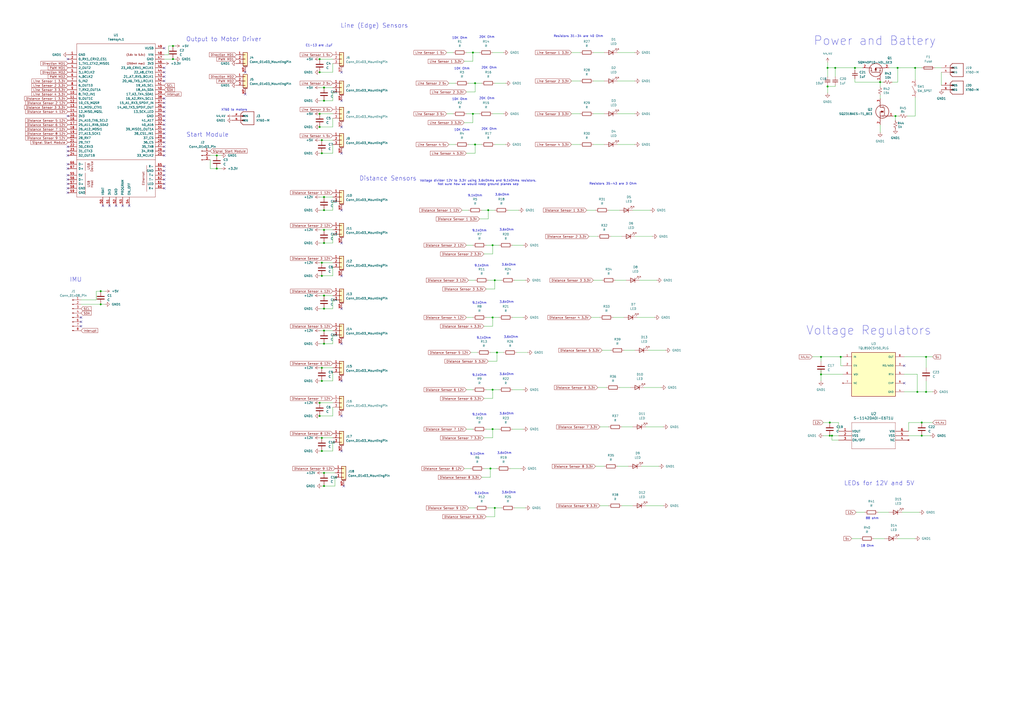
<source format=kicad_sch>
(kicad_sch (version 20231120) (generator "eeschema") (generator_version "8.0")
  (paper "A2")
  (junction (at 274.32 30.48))
  (junction (at 187.96 199.39))
  (junction (at 287.02 162.56))
  (junction (at 285.75 142.24))
  (junction (at 58.42 168.91))
  (junction (at 100.33 26.67))
  (junction (at 185.42 34.29))
  (junction (at 481.33 252.73))
  (junction (at 275.59 83.82))
  (junction (at 58.42 176.53))
  (junction (at 274.32 66.04))
  (junction (at 482.6 252.73))
  (junction (at 186.69 261.62))
  (junction (at 187.96 121.92))
  (junction (at 186.69 152.4))
  (junction (at 487.68 207.01))
  (junction (at 530.86 39.37))
  (junction (at 185.42 73.66))
  (junction (at 186.69 160.02))
  (junction (at 285.75 226.06))
  (junction (at 275.59 48.26))
  (junction (at 187.96 140.97))
  (junction (at 186.69 81.28))
  (junction (at 187.96 114.3))
  (junction (at 285.75 184.15))
  (junction (at 532.13 227.33))
  (junction (at 481.33 245.11))
  (junction (at 283.21 121.92))
  (junction (at 125.73 90.17))
  (junction (at 186.69 88.9))
  (junction (at 476.25 207.01))
  (junction (at 480.06 39.37))
  (junction (at 495.935 39.37))
  (junction (at 186.69 213.36))
  (junction (at 288.29 204.47))
  (junction (at 519.43 67.31))
  (junction (at 284.48 271.78))
  (junction (at 484.505 39.37))
  (junction (at 185.42 233.68))
  (junction (at 187.96 171.45))
  (junction (at 187.96 191.77))
  (junction (at 510.54 47.625))
  (junction (at 125.73 97.79))
  (junction (at 186.69 254))
  (junction (at 187.96 50.8))
  (junction (at 187.96 281.94))
  (junction (at 186.69 220.98))
  (junction (at 185.42 241.3))
  (junction (at 537.21 227.33))
  (junction (at 185.42 66.04))
  (junction (at 534.67 252.73))
  (junction (at 534.67 245.11))
  (junction (at 287.02 294.64))
  (junction (at 480.06 50.165))
  (junction (at 285.75 248.92))
  (junction (at 185.42 41.91))
  (junction (at 187.96 179.07))
  (junction (at 187.96 58.42))
  (junction (at 187.96 133.35))
  (junction (at 537.21 207.01))
  (junction (at 520.7 39.37))
  (junction (at 476.25 217.17))
  (junction (at 187.96 274.32))
  (junction (at 100.33 34.29))
  (no_connect (at 199.39 281.94))
  (no_connect (at 95.25 99.06))
  (no_connect (at 39.37 109.22))
  (no_connect (at 39.37 101.6))
  (no_connect (at 95.25 67.31))
  (no_connect (at 95.25 82.55))
  (no_connect (at 39.37 67.31))
  (no_connect (at 95.25 57.15))
  (no_connect (at 95.25 96.52))
  (no_connect (at 39.37 97.79))
  (no_connect (at 71.12 119.38))
  (no_connect (at 198.12 261.62))
  (no_connect (at 46.99 189.23))
  (no_connect (at 524.51 222.25))
  (no_connect (at 63.5 119.38))
  (no_connect (at 142.24 54.61))
  (no_connect (at 95.25 109.22))
  (no_connect (at 95.25 87.63))
  (no_connect (at 95.25 106.68))
  (no_connect (at 46.99 186.69))
  (no_connect (at 95.25 72.39))
  (no_connect (at 198.12 73.66))
  (no_connect (at 198.12 160.02))
  (no_connect (at 74.93 119.38))
  (no_connect (at 95.25 41.91))
  (no_connect (at 39.37 90.17))
  (no_connect (at 46.99 184.15))
  (no_connect (at 39.37 95.25))
  (no_connect (at 95.25 85.09))
  (no_connect (at 59.69 119.38))
  (no_connect (at 95.25 104.14))
  (no_connect (at 198.12 179.07))
  (no_connect (at 95.25 44.45))
  (no_connect (at 95.25 64.77))
  (no_connect (at 198.12 88.9))
  (no_connect (at 39.37 106.68))
  (no_connect (at 39.37 87.63))
  (no_connect (at 95.25 69.85))
  (no_connect (at 198.12 140.97))
  (no_connect (at 39.37 85.09))
  (no_connect (at 198.12 121.92))
  (no_connect (at 95.25 59.69))
  (no_connect (at 39.37 111.76))
  (no_connect (at 95.25 80.01))
  (no_connect (at 39.37 104.14))
  (no_connect (at 524.51 212.09))
  (no_connect (at 67.31 119.38))
  (no_connect (at 95.25 27.94))
  (no_connect (at 198.12 220.98))
  (no_connect (at 95.25 62.23))
  (no_connect (at 198.12 58.42))
  (no_connect (at 95.25 74.93))
  (no_connect (at 95.25 46.99))
  (no_connect (at 198.12 199.39))
  (no_connect (at 95.25 90.17))
  (no_connect (at 39.37 34.29))
  (no_connect (at 95.25 101.6))
  (no_connect (at 95.25 77.47))
  (no_connect (at 198.12 41.91))
  (no_connect (at 198.12 241.3))
  (no_connect (at 95.25 39.37))
  (no_connect (at 142.24 41.91))
  (wire (pts (xy 510.54 46.99) (xy 510.54 47.625)))
  (wire (pts (xy 527.05 252.73) (xy 534.67 252.73)))
  (wire (pts (xy 530.86 67.31) (xy 530.86 56.515)))
  (wire (pts (xy 125.73 90.17) (xy 128.27 90.17)))
  (wire (pts (xy 194.31 276.86) (xy 194.31 281.94)))
  (wire (pts (xy 287.02 162.56) (xy 290.83 162.56)))
  (wire (pts (xy 193.04 73.66) (xy 185.42 73.66)))
  (wire (pts (xy 275.59 83.82) (xy 279.4 83.82)))
  (wire (pts (xy 299.72 204.47) (xy 306.07 204.47)))
  (wire (pts (xy 294.64 121.92) (xy 300.99 121.92)))
  (wire (pts (xy 537.21 207.01) (xy 524.51 207.01)))
  (wire (pts (xy 193.04 83.82) (xy 193.04 88.9)))
  (wire (pts (xy 287.02 294.64) (xy 287.02 299.72)))
  (wire (pts (xy 273.05 204.47) (xy 276.86 204.47)))
  (wire (pts (xy 185.42 133.35) (xy 187.96 133.35)))
  (wire (pts (xy 193.04 199.39) (xy 187.96 199.39)))
  (wire (pts (xy 193.04 140.97) (xy 187.96 140.97)))
  (wire (pts (xy 360.68 293.37) (xy 367.03 293.37)))
  (wire (pts (xy 285.75 248.92) (xy 289.56 248.92)))
  (wire (pts (xy 523.24 297.18) (xy 533.4 297.18)))
  (wire (pts (xy 281.94 248.92) (xy 285.75 248.92)))
  (wire (pts (xy 367.03 121.92) (xy 377.19 121.92)))
  (wire (pts (xy 287.02 162.56) (xy 287.02 167.64)))
  (wire (pts (xy 298.45 162.56) (xy 304.8 162.56)))
  (wire (pts (xy 185.42 152.4) (xy 186.69 152.4)))
  (wire (pts (xy 185.42 191.77) (xy 187.96 191.77)))
  (wire (pts (xy 274.32 35.56) (xy 269.24 35.56)))
  (wire (pts (xy 530.86 39.37) (xy 534.67 39.37)))
  (wire (pts (xy 259.08 66.04) (xy 262.89 66.04)))
  (wire (pts (xy 271.78 294.64) (xy 275.59 294.64)))
  (wire (pts (xy 260.35 83.82) (xy 264.16 83.82)))
  (wire (pts (xy 193.04 215.9) (xy 193.04 220.98)))
  (wire (pts (xy 185.42 213.36) (xy 186.69 213.36)))
  (wire (pts (xy 480.06 50.165) (xy 480.06 53.975)))
  (wire (pts (xy 527.05 245.11) (xy 527.05 250.19)))
  (wire (pts (xy 484.505 39.37) (xy 484.505 44.45)))
  (wire (pts (xy 270.51 226.06) (xy 274.32 226.06)))
  (wire (pts (xy 275.59 48.26) (xy 279.4 48.26)))
  (wire (pts (xy 476.25 217.17) (xy 476.25 214.63)))
  (wire (pts (xy 370.84 162.56) (xy 381 162.56)))
  (wire (pts (xy 186.69 152.4) (xy 193.04 152.4)))
  (wire (pts (xy 194.31 281.94) (xy 187.96 281.94)))
  (wire (pts (xy 285.75 184.15) (xy 285.75 189.23)))
  (wire (pts (xy 476.25 217.17) (xy 488.95 217.17)))
  (wire (pts (xy 281.94 142.24) (xy 285.75 142.24)))
  (wire (pts (xy 270.51 248.92) (xy 274.32 248.92)))
  (wire (pts (xy 187.96 58.42) (xy 185.42 58.42)))
  (wire (pts (xy 274.32 30.48) (xy 274.32 35.56)))
  (wire (pts (xy 355.6 184.15) (xy 361.95 184.15)))
  (wire (pts (xy 546.1 41.91) (xy 546.1 49.53)))
  (wire (pts (xy 519.43 67.31) (xy 521.335 67.31)))
  (wire (pts (xy 510.54 47.625) (xy 510.54 50.165)))
  (wire (pts (xy 285.75 66.04) (xy 292.1 66.04)))
  (wire (pts (xy 186.69 160.02) (xy 185.42 160.02)))
  (wire (pts (xy 520.7 312.42) (xy 530.86 312.42)))
  (wire (pts (xy 518.16 67.31) (xy 519.43 67.31)))
  (wire (pts (xy 193.04 36.83) (xy 193.04 41.91)))
  (wire (pts (xy 287.02 48.26) (xy 293.37 48.26)))
  (wire (pts (xy 285.75 226.06) (xy 285.75 231.14)))
  (wire (pts (xy 285.75 254) (xy 280.67 254)))
  (wire (pts (xy 187.96 191.77) (xy 193.04 191.77)))
  (wire (pts (xy 285.75 226.06) (xy 289.56 226.06)))
  (wire (pts (xy 295.91 271.78) (xy 302.26 271.78)))
  (wire (pts (xy 193.04 121.92) (xy 187.96 121.92)))
  (wire (pts (xy 284.48 204.47) (xy 288.29 204.47)))
  (wire (pts (xy 287.02 83.82) (xy 293.37 83.82)))
  (wire (pts (xy 331.47 30.48) (xy 336.55 30.48)))
  (wire (pts (xy 121.92 92.71) (xy 121.92 97.79)))
  (wire (pts (xy 270.51 30.48) (xy 274.32 30.48)))
  (wire (pts (xy 344.17 83.82) (xy 350.52 83.82)))
  (wire (pts (xy 487.68 207.01) (xy 488.95 207.01)))
  (wire (pts (xy 186.69 213.36) (xy 193.04 213.36)))
  (wire (pts (xy 100.33 26.67) (xy 101.6 26.67)))
  (wire (pts (xy 342.9 184.15) (xy 347.98 184.15)))
  (wire (pts (xy 347.98 293.37) (xy 353.06 293.37)))
  (wire (pts (xy 186.69 254) (xy 193.04 254)))
  (wire (pts (xy 283.21 162.56) (xy 287.02 162.56)))
  (wire (pts (xy 542.29 39.37) (xy 546.1 39.37)))
  (wire (pts (xy 482.6 252.73) (xy 486.41 252.73)))
  (wire (pts (xy 283.21 121.92) (xy 287.02 121.92)))
  (wire (pts (xy 480.06 39.37) (xy 480.06 36.195)))
  (wire (pts (xy 358.14 83.82) (xy 368.3 83.82)))
  (wire (pts (xy 510.54 72.39) (xy 510.54 76.835)))
  (wire (pts (xy 482.6 252.73) (xy 482.6 255.27)))
  (wire (pts (xy 285.75 231.14) (xy 280.67 231.14)))
  (wire (pts (xy 486.41 245.11) (xy 481.33 245.11)))
  (wire (pts (xy 285.75 248.92) (xy 285.75 254)))
  (wire (pts (xy 476.25 207.01) (xy 487.68 207.01)))
  (wire (pts (xy 486.41 250.19) (xy 486.41 245.11)))
  (wire (pts (xy 275.59 83.82) (xy 275.59 88.9)))
  (wire (pts (xy 519.43 67.31) (xy 519.43 69.85)))
  (wire (pts (xy 284.48 276.86) (xy 279.4 276.86)))
  (wire (pts (xy 331.47 83.82) (xy 336.55 83.82)))
  (wire (pts (xy 185.42 233.68) (xy 193.04 233.68)))
  (wire (pts (xy 187.96 179.07) (xy 185.42 179.07)))
  (wire (pts (xy 97.79 26.67) (xy 100.33 26.67)))
  (wire (pts (xy 284.48 271.78) (xy 288.29 271.78)))
  (wire (pts (xy 193.04 41.91) (xy 185.42 41.91)))
  (wire (pts (xy 297.18 226.06) (xy 303.53 226.06)))
  (wire (pts (xy 58.42 176.53) (xy 60.96 176.53)))
  (wire (pts (xy 331.47 46.99) (xy 336.55 46.99)))
  (wire (pts (xy 46.99 176.53) (xy 58.42 176.53)))
  (wire (pts (xy 520.7 47.625) (xy 520.7 39.37)))
  (wire (pts (xy 288.29 209.55) (xy 283.21 209.55)))
  (wire (pts (xy 193.04 179.07) (xy 187.96 179.07)))
  (wire (pts (xy 476.25 207.01) (xy 476.25 209.55)))
  (wire (pts (xy 285.75 30.48) (xy 292.1 30.48)))
  (wire (pts (xy 58.42 168.91) (xy 60.96 168.91)))
  (wire (pts (xy 275.59 53.34) (xy 270.51 53.34)))
  (wire (pts (xy 193.04 88.9) (xy 186.69 88.9)))
  (wire (pts (xy 121.92 90.17) (xy 125.73 90.17)))
  (wire (pts (xy 532.13 227.33) (xy 524.51 227.33)))
  (wire (pts (xy 487.68 207.01) (xy 487.68 212.09)))
  (wire (pts (xy 375.92 203.2) (xy 386.08 203.2)))
  (wire (pts (xy 280.67 271.78) (xy 284.48 271.78)))
  (wire (pts (xy 269.24 271.78) (xy 273.05 271.78)))
  (wire (pts (xy 353.06 121.92) (xy 359.41 121.92)))
  (wire (pts (xy 284.48 271.78) (xy 284.48 276.86)))
  (wire (pts (xy 369.57 184.15) (xy 379.73 184.15)))
  (wire (pts (xy 358.14 46.99) (xy 368.3 46.99)))
  (wire (pts (xy 360.68 247.65) (xy 367.03 247.65)))
  (wire (pts (xy 193.04 58.42) (xy 187.96 58.42)))
  (wire (pts (xy 193.04 194.31) (xy 193.04 199.39)))
  (wire (pts (xy 481.33 252.73) (xy 482.6 252.73)))
  (wire (pts (xy 484.505 39.37) (xy 480.06 39.37)))
  (wire (pts (xy 55.88 168.91) (xy 55.88 173.99)))
  (wire (pts (xy 354.33 137.16) (xy 360.68 137.16)))
  (wire (pts (xy 95.25 34.29) (xy 100.33 34.29)))
  (wire (pts (xy 374.65 247.65) (xy 384.81 247.65)))
  (wire (pts (xy 186.69 274.32) (xy 187.96 274.32)))
  (wire (pts (xy 125.73 97.79) (xy 128.27 97.79)))
  (wire (pts (xy 510.54 55.245) (xy 510.54 57.15)))
  (wire (pts (xy 537.21 207.01) (xy 541.02 207.01)))
  (wire (pts (xy 349.25 203.2) (xy 354.33 203.2)))
  (wire (pts (xy 341.63 137.16) (xy 346.71 137.16)))
  (wire (pts (xy 185.42 254) (xy 186.69 254)))
  (wire (pts (xy 532.13 217.17) (xy 532.13 227.33)))
  (wire (pts (xy 193.04 261.62) (xy 186.69 261.62)))
  (wire (pts (xy 187.96 114.3) (xy 193.04 114.3)))
  (wire (pts (xy 285.75 184.15) (xy 289.56 184.15)))
  (wire (pts (xy 331.47 66.04) (xy 336.55 66.04)))
  (wire (pts (xy 496.57 297.18) (xy 501.65 297.18)))
  (wire (pts (xy 260.35 48.26) (xy 264.16 48.26)))
  (wire (pts (xy 121.92 97.79) (xy 125.73 97.79)))
  (wire (pts (xy 55.88 168.91) (xy 58.42 168.91)))
  (wire (pts (xy 283.21 121.92) (xy 283.21 127)))
  (wire (pts (xy 185.42 34.29) (xy 193.04 34.29)))
  (wire (pts (xy 520.7 39.37) (xy 530.86 39.37)))
  (wire (pts (xy 270.51 142.24) (xy 274.32 142.24)))
  (wire (pts (xy 193.04 220.98) (xy 186.69 220.98)))
  (wire (pts (xy 298.45 294.64) (xy 304.8 294.64)))
  (wire (pts (xy 484.505 50.165) (xy 480.06 50.165)))
  (wire (pts (xy 279.4 121.92) (xy 283.21 121.92)))
  (wire (pts (xy 495.935 39.37) (xy 484.505 39.37)))
  (wire (pts (xy 187.96 199.39) (xy 185.42 199.39)))
  (wire (pts (xy 193.04 53.34) (xy 193.04 58.42)))
  (wire (pts (xy 297.18 142.24) (xy 303.53 142.24)))
  (wire (pts (xy 187.96 171.45) (xy 193.04 171.45)))
  (wire (pts (xy 285.75 142.24) (xy 289.56 142.24)))
  (wire (pts (xy 524.51 217.17) (xy 532.13 217.17)))
  (wire (pts (xy 297.18 184.15) (xy 303.53 184.15)))
  (wire (pts (xy 185.42 171.45) (xy 187.96 171.45)))
  (wire (pts (xy 193.04 160.02) (xy 186.69 160.02)))
  (wire (pts (xy 281.94 184.15) (xy 285.75 184.15)))
  (wire (pts (xy 506.73 312.42) (xy 513.08 312.42)))
  (wire (pts (xy 270.51 66.04) (xy 274.32 66.04)))
  (wire (pts (xy 186.69 220.98) (xy 185.42 220.98)))
  (wire (pts (xy 372.11 270.51) (xy 382.27 270.51)))
  (wire (pts (xy 187.96 274.32) (xy 194.31 274.32)))
  (wire (pts (xy 471.17 207.01) (xy 476.25 207.01)))
  (wire (pts (xy 193.04 241.3) (xy 185.42 241.3)))
  (wire (pts (xy 345.44 270.51) (xy 350.52 270.51)))
  (wire (pts (xy 274.32 30.48) (xy 278.13 30.48)))
  (wire (pts (xy 344.17 30.48) (xy 350.52 30.48)))
  (wire (pts (xy 527.05 245.11) (xy 534.67 245.11)))
  (wire (pts (xy 495.935 45.72) (xy 495.935 47.625)))
  (wire (pts (xy 515.62 39.37) (xy 520.7 39.37)))
  (wire (pts (xy 340.36 121.92) (xy 345.44 121.92)))
  (wire (pts (xy 267.97 121.92) (xy 271.78 121.92)))
  (wire (pts (xy 537.21 227.33) (xy 532.13 227.33)))
  (wire (pts (xy 271.78 48.26) (xy 275.59 48.26)))
  (wire (pts (xy 287.02 299.72) (xy 281.94 299.72)))
  (wire (pts (xy 486.41 255.27) (xy 482.6 255.27)))
  (wire (pts (xy 288.29 204.47) (xy 288.29 209.55)))
  (wire (pts (xy 186.69 88.9) (xy 185.42 88.9)))
  (wire (pts (xy 97.79 26.67) (xy 97.79 31.75)))
  (wire (pts (xy 495.935 39.37) (xy 495.935 40.64)))
  (wire (pts (xy 344.17 162.56) (xy 349.25 162.56)))
  (wire (pts (xy 187.96 50.8) (xy 193.04 50.8)))
  (wire (pts (xy 193.04 173.99) (xy 193.04 179.07)))
  (wire (pts (xy 259.08 30.48) (xy 262.89 30.48)))
  (wire (pts (xy 274.32 71.12) (xy 269.24 71.12)))
  (wire (pts (xy 270.51 184.15) (xy 274.32 184.15)))
  (wire (pts (xy 374.65 293.37) (xy 384.81 293.37)))
  (wire (pts (xy 537.21 220.98) (xy 537.21 227.33)))
  (wire (pts (xy 55.88 173.99) (xy 46.99 173.99)))
  (wire (pts (xy 510.54 47.625) (xy 512.445 47.625)))
  (wire (pts (xy 526.415 67.31) (xy 530.86 67.31)))
  (wire (pts (xy 480.06 44.45) (xy 480.06 39.37)))
  (wire (pts (xy 187.96 121.92) (xy 185.42 121.92)))
  (wire (pts (xy 500.38 39.37) (xy 495.935 39.37)))
  (wire (pts (xy 361.95 203.2) (xy 368.3 203.2)))
  (wire (pts (xy 358.14 30.48) (xy 368.3 30.48)))
  (wire (pts (xy 187.96 133.35) (xy 193.04 133.35)))
  (wire (pts (xy 358.14 270.51) (xy 364.49 270.51)))
  (wire (pts (xy 477.52 245.11) (xy 481.33 245.11)))
  (wire (pts (xy 193.04 154.94) (xy 193.04 160.02)))
  (wire (pts (xy 509.27 297.18) (xy 515.62 297.18)))
  (wire (pts (xy 283.21 127) (xy 278.13 127)))
  (wire (pts (xy 193.04 68.58) (xy 193.04 73.66)))
  (wire (pts (xy 271.78 83.82) (xy 275.59 83.82)))
  (wire (pts (xy 287.02 167.64) (xy 281.94 167.64)))
  (wire (pts (xy 537.21 207.01) (xy 537.21 213.36)))
  (wire (pts (xy 187.96 140.97) (xy 185.42 140.97)))
  (wire (pts (xy 193.04 116.84) (xy 193.04 121.92)))
  (wire (pts (xy 271.78 162.56) (xy 275.59 162.56)))
  (wire (pts (xy 373.38 224.79) (xy 383.54 224.79)))
  (wire (pts (xy 275.59 48.26) (xy 275.59 53.34)))
  (wire (pts (xy 97.79 31.75) (xy 95.25 31.75)))
  (wire (pts (xy 186.69 81.28) (xy 193.04 81.28)))
  (wire (pts (xy 477.52 252.73) (xy 481.33 252.73)))
  (wire (pts (xy 288.29 204.47) (xy 292.1 204.47)))
  (wire (pts (xy 358.14 66.04) (xy 368.3 66.04)))
  (wire (pts (xy 185.42 50.8) (xy 187.96 50.8)))
  (wire (pts (xy 274.32 66.04) (xy 274.32 71.12)))
  (wire (pts (xy 356.87 162.56) (xy 363.22 162.56)))
  (wire (pts (xy 274.32 66.04) (xy 278.13 66.04)))
  (wire (pts (xy 185.42 81.28) (xy 186.69 81.28)))
  (wire (pts (xy 530.86 46.355) (xy 530.86 39.37)))
  (wire (pts (xy 285.75 142.24) (xy 285.75 147.32)))
  (wire (pts (xy 193.04 135.89) (xy 193.04 140.97)))
  (wire (pts (xy 100.33 34.29) (xy 101.6 34.29)))
  (wire (pts (xy 275.59 88.9) (xy 270.51 88.9)))
  (wire (pts (xy 185.42 114.3) (xy 187.96 114.3)))
  (wire (pts (xy 347.98 247.65) (xy 353.06 247.65)))
  (wire (pts (xy 297.18 248.92) (xy 303.53 248.92)))
  (wire (pts (xy 285.75 147.32) (xy 280.67 147.32)))
  (wire (pts (xy 185.42 66.04) (xy 193.04 66.04)))
  (wire (pts (xy 285.75 189.23) (xy 280.67 189.23)))
  (wire (pts (xy 344.17 66.04) (xy 350.52 66.04)))
  (wire (pts (xy 281.94 226.06) (xy 285.75 226.06)))
  (wire (pts (xy 534.67 252.73) (xy 539.75 252.73)))
  (wire (pts (xy 359.41 224.79) (xy 365.76 224.79)))
  (wire (pts (xy 186.69 261.62) (xy 185.42 261.62)))
  (wire (pts (xy 541.02 227.33) (xy 537.21 227.33)))
  (wire (pts (xy 476.25 220.98) (xy 476.25 217.17)))
  (wire (pts (xy 534.67 245.11) (xy 541.02 245.11)))
  (wire (pts (xy 480.06 49.53) (xy 480.06 50.165)))
  (wire (pts (xy 346.71 224.79) (xy 351.79 224.79)))
  (wire (pts (xy 287.02 294.64) (xy 290.83 294.64)))
  (wire (pts (xy 495.935 47.625) (xy 510.54 47.625)))
  (wire (pts (xy 484.505 49.53) (xy 484.505 50.165)))
  (wire (pts (xy 344.17 46.99) (xy 350.52 46.99)))
  (wire (pts (xy 517.525 47.625) (xy 520.7 47.625)))
  (wire (pts (xy 193.04 256.54) (xy 193.04 261.62)))
  (wire (pts (xy 187.96 281.94) (xy 186.69 281.94)))
  (wire (pts (xy 494.03 312.42) (xy 499.11 312.42)))
  (wire (pts (xy 368.3 137.16) (xy 378.46 137.16)))
  (wire (pts (xy 283.21 294.64) (xy 287.02 294.64)))
  (wire (pts (xy 487.68 212.09) (xy 488.95 212.09)))
  (wire (pts (xy 193.04 236.22) (xy 193.04 241.3)))
  (text "3.6kOhm" (at 292.608 262.89 0) (effects (font (size 1.27 1.27))))
  (text "10K Ohm" (at 266.7 22.098 0) (effects (font (size 1.27 1.27))))
  (text "Power and Battery\n" (at 507.492 23.749 0) (effects (font (size 5.08 5.08))))
  (text "Resistors 31-34 are 40 Ohm" (at 335.534 21.082 0) (effects (font (size 1.27 1.27))))
  (text "3.6kOhm" (at 295.148 153.67 0) (effects (font (size 1.27 1.27))))
  (text "Distance Sensors" (at 225.044 103.632 0) (effects (font (size 2.54 2.54))))
  (text "9.1kOhm" (at 280.67 196.088 0) (effects (font (size 1.27 1.27))))
  (text "10K Ohm" (at 267.97 39.878 0) (effects (font (size 1.27 1.27))))
  (text "88 ohm" (at 505.968 300.736 0) (effects (font (size 1.27 1.27))))
  (text "9.1kOhm" (at 278.13 240.538 0) (effects (font (size 1.27 1.27))))
  (text "9.1kOhm" (at 279.4 286.258 0) (effects (font (size 1.27 1.27))))
  (text "20K Ohm" (at 283.718 74.93 0) (effects (font (size 1.27 1.27))))
  (text "9.1kOhm" (at 278.13 133.858 0) (effects (font (size 1.27 1.27))))
  (text "Voltage divider 12V to 3.3V using 3.6kOhms and 9.1kOhms resistors.\nNot sure how we would keep ground planes sep" (at 277.368 105.918 0) (effects (font (size 1.27 1.27))))
  (text "9.1kOhm" (at 279.4 154.178 0) (effects (font (size 1.27 1.27))))
  (text "Resistors 35-43 are 3 Ohm" (at 355.6 106.68 0) (effects (font (size 1.27 1.27))))
  (text "20K Ohm" (at 283.718 39.37 0) (effects (font (size 1.27 1.27))))
  (text "9.1kOhm" (at 278.13 175.768 0) (effects (font (size 1.27 1.27))))
  (text "Start Module" (at 120.396 78.232 0) (effects (font (size 2.54 2.54))))
  (text "3.6kOhm" (at 296.418 195.58 0) (effects (font (size 1.27 1.27))))
  (text "LEDs for 12V and 5V" (at 510.032 280.416 0) (effects (font (size 2.54 2.54))))
  (text "3.6kOhm" (at 291.338 113.03 0) (effects (font (size 1.27 1.27))))
  (text "20K Ohm" (at 282.448 21.59 0) (effects (font (size 1.27 1.27))))
  (text "3.6kOhm" (at 293.878 217.17 0) (effects (font (size 1.27 1.27))))
  (text "10K Ohm" (at 267.97 75.438 0) (effects (font (size 1.27 1.27))))
  (text "20K Ohm" (at 282.448 57.15 0) (effects (font (size 1.27 1.27))))
  (text "9.1kOhm" (at 275.59 113.538 0) (effects (font (size 1.27 1.27))))
  (text "Voltage Regulators" (at 503.936 191.77 0) (effects (font (size 5.08 5.08))))
  (text "Line (Edge) Sensors" (at 217.17 14.986 0) (effects (font (size 2.54 2.54))))
  (text "3.6kOhm" (at 293.878 175.26 0) (effects (font (size 1.27 1.27))))
  (text "IMU" (at 43.942 162.306 0) (effects (font (size 2.54 2.54))))
  (text "18 Ohm" (at 503.174 316.738 0) (effects (font (size 1.27 1.27))))
  (text "C1-13 are .1µF" (at 185.166 26.416 0) (effects (font (size 1.27 1.27))))
  (text "3.6kOhm" (at 295.148 285.75 0) (effects (font (size 1.27 1.27))))
  (text "9.1kOhm" (at 276.86 263.398 0) (effects (font (size 1.27 1.27))))
  (text "3.6kOhm" (at 293.878 133.35 0) (effects (font (size 1.27 1.27))))
  (text "3.6kOhm" (at 293.878 240.03 0) (effects (font (size 1.27 1.27))))
  (text "9.1kOhm" (at 278.13 217.678 0) (effects (font (size 1.27 1.27))))
  (text "XT60 to motors" (at 135.89 63.754 0) (effects (font (size 1.27 1.27))))
  (text "Output to Motor Driver" (at 129.794 22.86 0) (effects (font (size 2.54 2.54))))
  (text "10K Ohm" (at 266.7 57.658 0) (effects (font (size 1.27 1.27))))
  (global_label "Distance Sensor 8 12V" (shape input) (at 39.37 77.47 180) (property "Intersheetrefs" "${INTERSHEET_REFS}" (effects (hide yes))))
  (global_label "Distance Sensor 5 12V" (shape input) (at 39.37 69.85 180) (property "Intersheetrefs" "${INTERSHEET_REFS}" (effects (hide yes))))
  (global_label "PWM MD2" (shape input) (at 137.16 46.99 180) (property "Intersheetrefs" "${INTERSHEET_REFS}" (effects (hide yes))))
  (global_label "Signal Start Module" (shape input) (at 121.92 87.63 0) (property "Intersheetrefs" "${INTERSHEET_REFS}" (effects (hide yes))))
  (global_label "SCL" (shape input) (at 46.99 179.07 0) (property "Intersheetrefs" "${INTERSHEET_REFS}" (effects (hide yes))))
  (global_label "Direction MD1" (shape input) (at 137.16 31.75 180) (property "Intersheetrefs" "${INTERSHEET_REFS}" (effects (hide yes))))
  (global_label "44.4v" (shape input) (at 541.02 245.11 0) (property "Intersheetrefs" "${INTERSHEET_REFS}" (effects (hide yes))))
  (global_label "Distance Sensor 4 12V" (shape input) (at 39.37 64.77 180) (property "Intersheetrefs" "${INTERSHEET_REFS}" (effects (hide yes))))
  (global_label "Distance Sensor 5 3.3V" (shape input) (at 283.21 209.55 180) (property "Intersheetrefs" "${INTERSHEET_REFS}" (effects (hide yes))))
  (global_label "Distance Sensor 2 3.3V" (shape input) (at 341.63 137.16 180) (property "Intersheetrefs" "${INTERSHEET_REFS}" (effects (hide yes))))
  (global_label "Interupt" (shape input) (at 95.25 54.61 0) (property "Intersheetrefs" "${INTERSHEET_REFS}" (effects (hide yes))))
  (global_label "Line Sensor 3 5v" (shape input) (at 259.08 66.04 180) (property "Intersheetrefs" "${INTERSHEET_REFS}" (effects (hide yes))))
  (global_label "Line Sensor 1 3.3V" (shape input) (at 269.24 35.56 180) (property "Intersheetrefs" "${INTERSHEET_REFS}" (effects (hide yes))))
  (global_label "Distance Sensor 5 12V" (shape input) (at 193.04 189.23 180) (property "Intersheetrefs" "${INTERSHEET_REFS}" (effects (hide yes))))
  (global_label "12v" (shape input) (at 496.57 297.18 180) (property "Intersheetrefs" "${INTERSHEET_REFS}" (effects (hide yes))))
  (global_label "Distance Sensor 7 12V" (shape input) (at 39.37 74.93 180) (property "Intersheetrefs" "${INTERSHEET_REFS}" (effects (hide yes))))
  (global_label "Signal Start Module" (shape input) (at 39.37 82.55 180) (property "Intersheetrefs" "${INTERSHEET_REFS}" (effects (hide yes))))
  (global_label "Distance Sensor 4 3.3V" (shape input) (at 342.9 184.15 180) (property "Intersheetrefs" "${INTERSHEET_REFS}" (effects (hide yes))))
  (global_label "Distance Sensor 3 3.3V" (shape input) (at 344.17 162.56 180) (property "Intersheetrefs" "${INTERSHEET_REFS}" (effects (hide yes))))
  (global_label "Distance Sensor 6 12V" (shape input) (at 39.37 72.39 180) (property "Intersheetrefs" "${INTERSHEET_REFS}" (effects (hide yes))))
  (global_label "Line Sensor 4 3.3V" (shape input) (at 39.37 54.61 180) (property "Intersheetrefs" "${INTERSHEET_REFS}" (effects (hide yes))))
  (global_label "Distance Sensor 6 12V" (shape input) (at 270.51 226.06 180) (property "Intersheetrefs" "${INTERSHEET_REFS}" (effects (hide yes))))
  (global_label "Distance Sensor 9 3.3V" (shape input) (at 347.98 293.37 180) (property "Intersheetrefs" "${INTERSHEET_REFS}" (effects (hide yes))))
  (global_label "Distance Sensor 1 12V" (shape input) (at 193.04 111.76 180) (property "Intersheetrefs" "${INTERSHEET_REFS}" (effects (hide yes))))
  (global_label "Line Sensor 2 3.3V" (shape input) (at 39.37 49.53 180) (property "Intersheetrefs" "${INTERSHEET_REFS}" (effects (hide yes))))
  (global_label "Line Sensor 3 5v" (shape input) (at 193.04 63.5 180) (property "Intersheetrefs" "${INTERSHEET_REFS}" (effects (hide yes))))
  (global_label "Distance Sensor 9 3.3V" (shape input) (at 281.94 299.72 180) (property "Intersheetrefs" "${INTERSHEET_REFS}" (effects (hide yes))))
  (global_label "Distance Sensor 9 12V" (shape input) (at 194.31 271.78 180) (property "Intersheetrefs" "${INTERSHEET_REFS}" (effects (hide yes))))
  (global_label "Distance Sensor 6 12V" (shape input) (at 193.04 210.82 180) (property "Intersheetrefs" "${INTERSHEET_REFS}" (effects (hide yes))))
  (global_label "Line Sensor 1 5v" (shape input) (at 193.04 31.75 180) (property "Intersheetrefs" "${INTERSHEET_REFS}" (effects (hide yes))))
  (global_label "Line Sensor 3 3.3V" (shape input) (at 269.24 71.12 180) (property "Intersheetrefs" "${INTERSHEET_REFS}" (effects (hide yes))))
  (global_label "Line Sensor 4 5v" (shape input) (at 260.35 83.82 180) (property "Intersheetrefs" "${INTERSHEET_REFS}" (effects (hide yes))))
  (global_label "Line Sensor 1 3.3V" (shape input) (at 331.47 30.48 180) (property "Intersheetrefs" "${INTERSHEET_REFS}" (effects (hide yes))))
  (global_label "Line Sensor 1 5v" (shape input) (at 259.08 30.48 180) (property "Intersheetrefs" "${INTERSHEET_REFS}" (effects (hide yes))))
  (global_label "Distance Sensor 8 12V" (shape input) (at 269.24 271.78 180) (property "Intersheetrefs" "${INTERSHEET_REFS}" (effects (hide yes))))
  (global_label "Line Sensor 3 3.3V" (shape input) (at 39.37 52.07 180) (property "Intersheetrefs" "${INTERSHEET_REFS}" (effects (hide yes))))
  (global_label "Line Sensor 4 3.3V" (shape input) (at 270.51 88.9 180) (property "Intersheetrefs" "${INTERSHEET_REFS}" (effects (hide yes))))
  (global_label "Interupt" (shape input) (at 46.99 191.77 0) (property "Intersheetrefs" "${INTERSHEET_REFS}" (effects (hide yes))))
  (global_label "Line Sensor 1 3.3V" (shape input) (at 39.37 46.99 180) (property "Intersheetrefs" "${INTERSHEET_REFS}" (effects (hide yes))))
  (global_label "Direction MD1" (shape input) (at 39.37 36.83 180) (property "Intersheetrefs" "${INTERSHEET_REFS}" (effects (hide yes))))
  (global_label "SDA" (shape input) (at 95.25 52.07 0) (property "Intersheetrefs" "${INTERSHEET_REFS}" (effects (hide yes))))
  (global_label "Distance Sensor 8 12V" (shape input) (at 193.04 251.46 180) (property "Intersheetrefs" "${INTERSHEET_REFS}" (effects (hide yes))))
  (global_label "SDA" (shape input) (at 46.99 181.61 0) (property "Intersheetrefs" "${INTERSHEET_REFS}" (effects (hide yes))))
  (global_label "Distance Sensor 3 3.3V" (shape input) (at 39.37 62.23 180) (property "Intersheetrefs" "${INTERSHEET_REFS}" (effects (hide yes))))
  (global_label "5v" (shape input) (at 541.02 207.01 0) (property "Intersheetrefs" "${INTERSHEET_REFS}" (effects (hide yes))))
  (global_label "Direction MD2" (shape input) (at 39.37 41.91 180) (property "Intersheetrefs" "${INTERSHEET_REFS}" (effects (hide yes))))
  (global_label "Distance Sensor 1 3.3V" (shape input) (at 278.13 127 180) (property "Intersheetrefs" "${INTERSHEET_REFS}" (effects (hide yes))))
  (global_label "PWM MD2" (shape input) (at 39.37 44.45 180) (property "Intersheetrefs" "${INTERSHEET_REFS}" (effects (hide yes))))
  (global_label "Distance Sensor 3 12V" (shape input) (at 271.78 162.56 180) (property "Intersheetrefs" "${INTERSHEET_REFS}" (effects (hide yes))))
  (global_label "PWM MD1" (shape input) (at 137.16 34.29 180) (property "Intersheetrefs" "${INTERSHEET_REFS}" (effects (hide yes))))
  (global_label "Line Sensor 4 3.3V" (shape input) (at 331.47 83.82 180) (property "Intersheetrefs" "${INTERSHEET_REFS}" (effects (hide yes))))
  (global_label "Distance Sensor 2 3.3V" (shape input) (at 280.67 147.32 180) (property "Intersheetrefs" "${INTERSHEET_REFS}" (effects (hide yes))))
  (global_label "Distance Sensor 5 3.3V" (shape input) (at 349.25 203.2 180) (property "Intersheetrefs" "${INTERSHEET_REFS}" (effects (hide yes))))
  (global_label "12v" (shape input) (at 477.52 245.11 180) (property "Intersheetrefs" "${INTERSHEET_REFS}" (effects (hide yes))))
  (global_label "44.4v" (shape input) (at 471.17 207.01 180) (property "Intersheetrefs" "${INTERSHEET_REFS}" (effects (hide yes))))
  (global_label "Distance Sensor 1 3.3V" (shape input) (at 39.37 57.15 180) (property "Intersheetrefs" "${INTERSHEET_REFS}" (effects (hide yes))))
  (global_label "Distance Sensor 3 12V" (shape input) (at 193.04 149.86 180) (property "Intersheetrefs" "${INTERSHEET_REFS}" (effects (hide yes))))
  (global_label "Distance Sensor 7 12V" (shape input) (at 270.51 248.92 180) (property "Intersheetrefs" "${INTERSHEET_REFS}" (effects (hide yes))))
  (global_label "Distance Sensor 3 3.3V" (shape input) (at 281.94 167.64 180) (property "Intersheetrefs" "${INTERSHEET_REFS}" (effects (hide yes))))
  (global_label "5v" (shape input) (at 494.03 312.42 180) (property "Intersheetrefs" "${INTERSHEET_REFS}" (effects (hide yes))))
  (global_label "Distance Sensor 9 12V" (shape input) (at 271.78 294.64 180) (property "Intersheetrefs" "${INTERSHEET_REFS}" (effects (hide yes))))
  (global_label "Distance Sensor 2 12V" (shape input) (at 193.04 130.81 180) (property "Intersheetrefs" "${INTERSHEET_REFS}" (effects (hide yes))))
  (global_label "Distance Sensor 4 12V" (shape input) (at 270.51 184.15 180) (property "Intersheetrefs" "${INTERSHEET_REFS}" (effects (hide yes))))
  (global_label "Line Sensor 3 3.3V" (shape input) (at 331.47 66.04 180) (property "Intersheetrefs" "${INTERSHEET_REFS}" (effects (hide yes))))
  (global_label "Distance Sensor 8 3.3V" (shape input) (at 279.4 276.86 180) (property "Intersheetrefs" "${INTERSHEET_REFS}" (effects (hide yes))))
  (global_label "Distance Sensor 7 3.3V" (shape input) (at 347.98 247.65 180) (property "Intersheetrefs" "${INTERSHEET_REFS}" (effects (hide yes))))
  (global_label "Distance Sensor 4 3.3V" (shape input) (at 280.67 189.23 180) (property "Intersheetrefs" "${INTERSHEET_REFS}" (effects (hide yes))))
  (global_label "Line Sensor 2 5v" (shape input) (at 193.04 48.26 180) (property "Intersheetrefs" "${INTERSHEET_REFS}" (effects (hide yes))))
  (global_label "Line Sensor 4 5v" (shape input) (at 193.04 78.74 180) (property "Intersheetrefs" "${INTERSHEET_REFS}" (effects (hide yes))))
  (global_label "Distance Sensor 7 3.3V" (shape input) (at 280.67 254 180) (property "Intersheetrefs" "${INTERSHEET_REFS}" (effects (hide yes))))
  (global_label "Distance Sensor 2 12V" (shape input) (at 39.37 59.69 180) (property "Intersheetrefs" "${INTERSHEET_REFS}" (effects (hide yes))))
  (global_label "Distance Sensor 8 3.3V" (shape input) (at 345.44 270.51 180) (property "Intersheetrefs" "${INTERSHEET_REFS}" (effects (hide yes))))
  (global_label "Distance Sensor 2 12V" (shape input) (at 270.51 142.24 180) (property "Intersheetrefs" "${INTERSHEET_REFS}" (effects (hide yes))))
  (global_label "Distance Sensor 1 12V" (shape input) (at 267.97 121.92 180) (property "Intersheetrefs" "${INTERSHEET_REFS}" (effects (hide yes))))
  (global_label "Line Sensor 2 3.3V" (shape input) (at 270.51 53.34 180) (property "Intersheetrefs" "${INTERSHEET_REFS}" (effects (hide yes))))
  (global_label "Distance Sensor 5 12V" (shape input) (at 273.05 204.47 180) (property "Intersheetrefs" "${INTERSHEET_REFS}" (effects (hide yes))))
  (global_label "SCL" (shape input) (at 95.25 49.53 0) (property "Intersheetrefs" "${INTERSHEET_REFS}" (effects (hide yes))))
  (global_label "Distance Sensor 7 12V" (shape input) (at 193.04 231.14 180) (property "Intersheetrefs" "${INTERSHEET_REFS}" (effects (hide yes))))
  (global_label "Distance Sensor 4 12V" (shape input) (at 193.04 168.91 180) (property "Intersheetrefs" "${INTERSHEET_REFS}" (effects (hide yes))))
  (global_label "Distance Sensor 6 3.3V" (shape input) (at 280.67 231.14 180) (property "Intersheetrefs" "${INTERSHEET_REFS}" (effects (hide yes))))
  (global_label "PWM MD1" (shape input) (at 39.37 39.37 180) (property "Intersheetrefs" "${INTERSHEET_REFS}" (effects (hide yes))))
  (global_label "Distance Sensor 6 3.3V" (shape input) (at 346.71 224.79 180) (property "Intersheetrefs" "${INTERSHEET_REFS}" (effects (hide yes))))
  (global_label "Line Sensor 2 3.3V" (shape input) (at 331.47 46.99 180) (property "Intersheetrefs" "${INTERSHEET_REFS}" (effects (hide yes))))
  (global_label "Distance Sensor 9 12V" (shape input) (at 39.37 80.01 180) (property "Intersheetrefs" "${INTERSHEET_REFS}" (effects (hide yes))))
  (global_label "Direction MD2" (shape input) (at 137.16 44.45 180) (property "Intersheetrefs" "${INTERSHEET_REFS}" (effects (hide yes))))
  (global_label "Distance Sensor 1 3.3V" (shape input) (at 340.36 121.92 180) (property "Intersheetrefs" "${INTERSHEET_REFS}" (effects (hide yes))))
  (global_label "Line Sensor 2 5v" (shape input) (at 260.35 48.26 180) (property "Intersheetrefs" "${INTERSHEET_REFS}" (effects (hide yes))))
  (symbol (lib_id "Connector_Generic_MountingPin:Conn_01x03_MountingPin") (at 198.12 81.28 0) (unit 1)
    (property "Reference" "J9" (at 200.66 80.3655 0) (effects (justify left)))
    (property "Value" "Conn_01x03_MountingPin" (at 200.66 82.9055 0) (effects (justify left)))
    (property "Footprint" "Connector_JST:JST_XH_B3B-XH-A_1x03_P2.50mm_Vertical" (effects (hide yes)))
    (property "Description" "Generic connectable mounting pin connector, single row, 01x03, script generated (kicad-library-utils/schlib/autogen/connector/)" (effects (hide yes)))
  )
  (symbol (lib_id "Device:LED") (at 516.89 312.42 180) (unit 1)
    (property "Reference" "D14" (at 518.4775 304.8 0))
    (property "Value" "LED" (at 518.4775 307.34 0))
    (property "Footprint" "LED_SMD:LED_0603_1608Metric_Pad1.05x0.95mm_HandSolder" (effects (hide yes)))
    (property "Description" "Light emitting diode" (effects (hide yes)))
  )
  (symbol (lib_id "Device:LED") (at 354.33 30.48 180) (unit 1)
    (property "Reference" "D1" (at 355.9175 22.86 0))
    (property "Value" "LED" (at 355.9175 25.4 0))
    (property "Footprint" "LED_SMD:LED_0603_1608Metric_Pad1.05x0.95mm_HandSolder" (effects (hide yes)))
    (property "Description" "Light emitting diode" (effects (hide yes)))
  )
  (symbol (lib_id "power:GND1") (at 137.16 36.83 270) (unit 1)
    (property "Reference" "#PWR011" (effects (hide yes)))
    (property "Value" "GND1" (at 133.35 36.8299 90) (effects (justify right)))
    (property "Description" "Power symbol creates a global label with name \"GND1\" , ground" (effects (hide yes)))
  )
  (symbol (lib_id "power:+5V") (at 185.42 81.28 90) (unit 1)
    (property "Reference" "#PWR019" (effects (hide yes)))
    (property "Value" "+5V" (at 181.61 81.2799 90) (effects (justify left)))
    (property "Description" "Power symbol creates a global label with name \"+5V\"" (effects (hide yes)))
  )
  (symbol (lib_id "power:+12V") (at 185.42 191.77 90) (unit 1)
    (property "Reference" "#PWR029" (effects (hide yes)))
    (property "Value" "+12V" (at 181.61 191.7699 90) (effects (justify left)))
    (property "Description" "Power symbol creates a global label with name \"+12V\"" (effects (hide yes)))
  )
  (symbol (lib_id "power:GND1") (at 533.4 297.18 90) (unit 1)
    (property "Reference" "#PWR072" (effects (hide yes)))
    (property "Value" "GND1" (at 537.21 297.1799 90) (effects (justify right)))
    (property "Description" "Power symbol creates a global label with name \"GND1\" , ground" (effects (hide yes)))
  )
  (symbol (lib_id "power:GND1") (at 368.3 46.99 90) (unit 1)
    (property "Reference" "#PWR053" (effects (hide yes)))
    (property "Value" "GND1" (at 372.11 46.9899 90) (effects (justify right)))
    (property "Description" "Power symbol creates a global label with name \"GND1\" , ground" (effects (hide yes)))
  )
  (symbol (lib_id "power:GND1") (at 185.42 261.62 270) (unit 1)
    (property "Reference" "#PWR036" (effects (hide yes)))
    (property "Value" "GND1" (at 181.61 261.6199 90) (effects (justify right)))
    (property "Description" "Power symbol creates a global label with name \"GND1\" , ground" (effects (hide yes)))
  )
  (symbol (lib_id "Device:C") (at 537.21 217.17 0) (unit 1)
    (property "Reference" "C23" (at 541.02 215.8999 0) (effects (justify left)))
    (property "Value" "C" (at 541.02 218.4399 0) (effects (justify left)))
    (property "Footprint" "Capacitor_SMD:C_0603_1608Metric_Pad1.08x0.95mm_HandSolder" (effects (hide yes)))
    (property "Description" "Unpolarized capacitor" (effects (hide yes)))
  )
  (symbol (lib_name "+12V_1") (lib_id "power:+12V") (at 480.06 36.195 0) (unit 1)
    (property "Reference" "#PWR067" (effects (hide yes)))
    (property "Value" "44.4V" (at 480.06 31.115 0))
  )
  (symbol (lib_id "Connector_Generic_MountingPin:Conn_01x03_MountingPin") (at 198.12 171.45 0) (unit 1)
    (property "Reference" "J13" (at 200.66 170.5355 0) (effects (justify left)))
    (property "Value" "Conn_01x03_MountingPin" (at 200.66 173.0755 0) (effects (justify left)))
    (property "Footprint" "Connector_JST:JST_XH_B3B-XH-A_1x03_P2.50mm_Vertical" (effects (hide yes)))
    (property "Description" "Generic connectable mounting pin connector, single row, 01x03, script generated (kicad-library-utils/schlib/autogen/connector/)" (effects (hide yes)))
  )
  (symbol (lib_id "Device:R") (at 267.97 48.26 90) (unit 1)
    (property "Reference" "R3" (at 267.97 41.91 90))
    (property "Value" "R" (at 267.97 44.45 90))
    (property "Footprint" "Resistor_SMD:R_0603_1608Metric_Pad0.98x0.95mm_HandSolder" (effects (hide yes)))
    (property "Description" "Resistor" (effects (hide yes)))
  )
  (symbol (lib_name "+12V_1") (lib_id "power:+12V") (at 134.62 67.31 90) (unit 1)
    (property "Reference" "#PWR09" (effects (hide yes)))
    (property "Value" "44.4V" (at 130.81 67.3099 90) (effects (justify left)))
  )
  (symbol (lib_id "Device:R") (at 266.7 66.04 90) (unit 1)
    (property "Reference" "R2" (at 266.7 59.69 90))
    (property "Value" "R" (at 266.7 62.23 90))
    (property "Footprint" "Resistor_SMD:R_0603_1608Metric_Pad0.98x0.95mm_HandSolder" (effects (hide yes)))
    (property "Description" "Resistor" (effects (hide yes)))
  )
  (symbol (lib_id "power:+5V") (at 185.42 50.8 90) (unit 1)
    (property "Reference" "#PWR015" (effects (hide yes)))
    (property "Value" "+5V" (at 181.61 50.7999 90) (effects (justify left)))
    (property "Description" "Power symbol creates a global label with name \"+5V\"" (effects (hide yes)))
  )
  (symbol (lib_id "Device:C") (at 186.69 217.17 0) (unit 1)
    (property "Reference" "C9" (at 190.5 215.8999 0) (effects (justify left)))
    (property "Value" "C" (at 190.5 218.4399 0) (effects (justify left)))
    (property "Footprint" "Capacitor_SMD:C_0603_1608Metric_Pad1.08x0.95mm_HandSolder" (effects (hide yes)))
    (property "Description" "Unpolarized capacitor" (effects (hide yes)))
  )
  (symbol (lib_id "power:GND1") (at 377.19 121.92 90) (unit 1)
    (property "Reference" "#PWR056" (effects (hide yes)))
    (property "Value" "GND1" (at 381 121.9199 90) (effects (justify right)))
    (property "Description" "Power symbol creates a global label with name \"GND1\" , ground" (effects (hide yes)))
  )
  (symbol (lib_id "power:GND1") (at 39.37 31.75 270) (unit 1)
    (property "Reference" "#PWR01" (effects (hide yes)))
    (property "Value" "GND1" (at 35.56 31.7499 90) (effects (justify right)))
    (property "Description" "Power symbol creates a global label with name \"GND1\" , ground" (effects (hide yes)))
  )
  (symbol (lib_id "Connector:Conn_01x08_Pin") (at 41.91 181.61 0) (unit 1)
    (property "Reference" "J1" (at 42.545 168.91 0))
    (property "Value" "Conn_01x08_Pin" (at 42.545 171.45 0))
    (property "Footprint" "Connector_PinHeader_2.54mm:PinHeader_1x06_P2.54mm_Vertical" (effects (hide yes)))
    (property "Description" "Generic connector, single row, 01x08, script generated" (effects (hide yes)))
  )
  (symbol (lib_id "Device:C") (at 186.69 156.21 0) (unit 1)
    (property "Reference" "C8" (at 190.5 154.9399 0) (effects (justify left)))
    (property "Value" "C" (at 190.5 157.4799 0) (effects (justify left)))
    (property "Footprint" "Capacitor_SMD:C_0603_1608Metric_Pad1.08x0.95mm_HandSolder" (effects (hide yes)))
    (property "Description" "Unpolarized capacitor" (effects (hide yes)))
  )
  (symbol (lib_id "Device:R") (at 340.36 83.82 90) (unit 1)
    (property "Reference" "R30" (at 340.36 77.47 90))
    (property "Value" "R" (at 340.36 80.01 90))
    (property "Footprint" "Resistor_SMD:R_0603_1608Metric_Pad0.98x0.95mm_HandSolder" (effects (hide yes)))
    (property "Description" "Resistor" (effects (hide yes)))
  )
  (symbol (lib_id "Connector_Generic_MountingPin:Conn_01x03_MountingPin") (at 198.12 114.3 0) (unit 1)
    (property "Reference" "J10" (at 200.66 113.3855 0) (effects (justify left)))
    (property "Value" "Conn_01x03_MountingPin" (at 200.66 115.9255 0) (effects (justify left)))
    (property "Footprint" "Connector_JST:JST_XH_B3B-XH-A_1x03_P2.50mm_Vertical" (effects (hide yes)))
    (property "Description" "Generic connectable mounting pin connector, single row, 01x03, script generated (kicad-library-utils/schlib/autogen/connector/)" (effects (hide yes)))
  )
  (symbol (lib_id "power:GND1") (at 185.42 140.97 270) (unit 1)
    (property "Reference" "#PWR024" (effects (hide yes)))
    (property "Value" "GND1" (at 181.61 140.9699 90) (effects (justify right)))
    (property "Description" "Power symbol creates a global label with name \"GND1\" , ground" (effects (hide yes)))
  )
  (symbol (lib_id "Device:C") (at 185.42 38.1 0) (unit 1)
    (property "Reference" "C4" (at 189.23 36.8299 0) (effects (justify left)))
    (property "Value" "C" (at 189.23 39.3699 0) (effects (justify left)))
    (property "Footprint" "Capacitor_SMD:C_0603_1608Metric_Pad1.08x0.95mm_HandSolder" (effects (hide yes)))
    (property "Description" "Unpolarized capacitor" (effects (hide yes)))
  )
  (symbol (lib_id "power:GND1") (at 304.8 294.64 90) (unit 1)
    (property "Reference" "#PWR050" (effects (hide yes)))
    (property "Value" "GND1" (at 308.61 294.6399 90) (effects (justify right)))
    (property "Description" "Power symbol creates a global label with name \"GND1\" , ground" (effects (hide yes)))
  )
  (symbol (lib_name "GND_2") (lib_id "power:GND") (at 137.16 49.53 270) (unit 1)
    (property "Reference" "#PWR012" (effects (hide yes)))
    (property "Value" "GND1" (at 133.35 49.5299 90) (effects (justify right)))
    (property "Description" "Power symbol creates a global label with name \"GND\" , ground" (effects (hide yes)))
  )
  (symbol (lib_id "power:GND1") (at 185.42 199.39 270) (unit 1)
    (property "Reference" "#PWR030" (effects (hide yes)))
    (property "Value" "GND1" (at 181.61 199.3899 90) (effects (justify right)))
    (property "Description" "Power symbol creates a global label with name \"GND1\" , ground" (effects (hide yes)))
  )
  (symbol (lib_id "power:+12V") (at 185.42 233.68 90) (unit 1)
    (property "Reference" "#PWR033" (effects (hide yes)))
    (property "Value" "+12V" (at 181.61 233.6799 90) (effects (justify left)))
    (property "Description" "Power symbol creates a global label with name \"+12V\"" (effects (hide yes)))
  )
  (symbol (lib_id "power:GND1") (at 384.81 293.37 90) (unit 1)
    (property "Reference" "#PWR063" (effects (hide yes)))
    (property "Value" "GND1" (at 388.62 293.3699 90) (effects (justify right)))
    (property "Description" "Power symbol creates a global label with name \"GND1\" , ground" (effects (hide yes)))
  )
  (symbol (lib_id "Device:R") (at 275.59 121.92 90) (unit 1)
    (property "Reference" "R5" (at 275.59 115.57 90))
    (property "Value" "R" (at 275.59 118.11 90))
    (property "Footprint" "Resistor_SMD:R_0603_1608Metric_Pad0.98x0.95mm_HandSolder" (effects (hide yes)))
    (property "Description" "Resistor" (effects (hide yes)))
  )
  (symbol (lib_id "Device:R") (at 505.46 297.18 90) (unit 1)
    (property "Reference" "R41" (at 505.46 290.83 90))
    (property "Value" "R" (at 505.46 293.37 90))
    (property "Footprint" "Resistor_SMD:R_0603_1608Metric_Pad0.98x0.95mm_HandSolder" (effects (hide yes)))
    (property "Description" "Resistor" (effects (hide yes)))
  )
  (symbol (lib_id "power:GND1") (at 185.42 220.98 270) (unit 1)
    (property "Reference" "#PWR032" (effects (hide yes)))
    (property "Value" "GND1" (at 181.61 220.9799 90) (effects (justify right)))
    (property "Description" "Power symbol creates a global label with name \"GND1\" , ground" (effects (hide yes)))
  )
  (symbol (lib_id "Device:LED") (at 354.33 66.04 180) (unit 1)
    (property "Reference" "D3" (at 355.9175 58.42 0))
    (property "Value" "LED" (at 355.9175 60.96 0))
    (property "Footprint" "LED_SMD:LED_0603_1608Metric_Pad1.05x0.95mm_HandSolder" (effects (hide yes)))
    (property "Description" "Light emitting diode" (effects (hide yes)))
  )
  (symbol (lib_id "power:GND1") (at 386.08 203.2 90) (unit 1)
    (property "Reference" "#PWR064" (effects (hide yes)))
    (property "Value" "GND1" (at 389.89 203.1999 90) (effects (justify right)))
    (property "Description" "Power symbol creates a global label with name \"GND1\" , ground" (effects (hide yes)))
  )
  (symbol (lib_id "Connector_Generic_MountingPin:Conn_01x03_MountingPin") (at 198.12 34.29 0) (unit 1)
    (property "Reference" "J6" (at 200.66 33.3755 0) (effects (justify left)))
    (property "Value" "Conn_01x03_MountingPin" (at 200.66 35.9155 0) (effects (justify left)))
    (property "Footprint" "Connector_JST:JST_XH_B3B-XH-A_1x03_P2.50mm_Vertical" (effects (hide yes)))
    (property "Description" "Generic connectable mounting pin connector, single row, 01x03, script generated (kicad-library-utils/schlib/autogen/connector/)" (effects (hide yes)))
  )
  (symbol (lib_id "Connector_Generic_MountingPin:Conn_01x03_MountingPin") (at 142.24 34.29 0) (unit 1)
    (property "Reference" "J4" (at 144.78 33.3755 0) (effects (justify left)))
    (property "Value" "Conn_01x03_MountingPin" (at 144.78 35.9155 0) (effects (justify left)))
    (property "Footprint" "Connector_JST:JST_XH_B3B-XH-A_1x03_P2.50mm_Vertical" (effects (hide yes)))
    (property "Description" "Generic connectable mounting pin connector, single row, 01x03, script generated (kicad-library-utils/schlib/autogen/connector/)" (effects (hide yes)))
  )
  (symbol (lib_id "power:GND1") (at 302.26 271.78 90) (unit 1)
    (property "Reference" "#PWR044" (effects (hide yes)))
    (property "Value" "GND1" (at 306.07 271.7799 90) (effects (justify right)))
    (property "Description" "Power symbol creates a global label with name \"GND1\" , ground" (effects (hide yes)))
  )
  (symbol (lib_id "Device:R") (at 292.1 271.78 90) (unit 1)
    (property "Reference" "R19" (at 292.1 265.43 90))
    (property "Value" "R" (at 292.1 267.97 90))
    (property "Footprint" "Resistor_SMD:R_0603_1608Metric_Pad0.98x0.95mm_HandSolder" (effects (hide yes)))
    (property "Description" "Resistor" (effects (hide yes)))
  )
  (symbol (lib_id "power:GND1") (at 134.62 69.85 270) (unit 1)
    (property "Reference" "#PWR010" (effects (hide yes)))
    (property "Value" "GND1" (at 130.81 69.8499 90) (effects (justify right)))
    (property "Description" "Power symbol creates a global label with name \"GND1\" , ground" (effects (hide yes)))
  )
  (symbol (lib_id "Device:R") (at 293.37 248.92 90) (unit 1)
    (property "Reference" "R23" (at 293.37 242.57 90))
    (property "Value" "R" (at 293.37 245.11 90))
    (property "Footprint" "Resistor_SMD:R_0603_1608Metric_Pad0.98x0.95mm_HandSolder" (effects (hide yes)))
    (property "Description" "Resistor" (effects (hide yes)))
  )
  (symbol (lib_id "Connector_Generic_MountingPin:Conn_01x03_MountingPin") (at 198.12 50.8 0) (unit 1)
    (property "Reference" "J7" (at 200.66 49.8855 0) (effects (justify left)))
    (property "Value" "Conn_01x03_MountingPin" (at 200.66 52.4255 0) (effects (justify left)))
    (property "Footprint" "Connector_JST:JST_XH_B3B-XH-A_1x03_P2.50mm_Vertical" (effects (hide yes)))
    (property "Description" "Generic connectable mounting pin connector, single row, 01x03, script generated (kicad-library-utils/schlib/autogen/connector/)" (effects (hide yes)))
  )
  (symbol (lib_id "Device:LED") (at 369.57 224.79 180) (unit 1)
    (property "Reference" "D10" (at 371.1575 217.17 0))
    (property "Value" "LED" (at 371.1575 219.71 0))
    (property "Footprint" "LED_SMD:LED_0603_1608Metric_Pad1.05x0.95mm_HandSolder" (effects (hide yes)))
    (property "Description" "Light emitting diode" (effects (hide yes)))
  )
  (symbol (lib_id "Device:R") (at 353.06 162.56 90) (unit 1)
    (property "Reference" "R34" (at 353.06 156.21 90))
    (property "Value" "R" (at 353.06 158.75 90))
    (property "Footprint" "Resistor_SMD:R_0603_1608Metric_Pad0.98x0.95mm_HandSolder" (effects (hide yes)))
    (property "Description" "Resistor" (effects (hide yes)))
  )
  (symbol (lib_id "power:GND1") (at 368.3 66.04 90) (unit 1)
    (property "Reference" "#PWR054" (effects (hide yes)))
    (property "Value" "GND1" (at 372.11 66.0399 90) (effects (justify right)))
    (property "Description" "Power symbol creates a global label with name \"GND1\" , ground" (effects (hide yes)))
  )
  (symbol (lib_id "Device:R") (at 295.91 204.47 90) (unit 1)
    (property "Reference" "R26" (at 295.91 198.12 90))
    (property "Value" "R" (at 295.91 200.66 90))
    (property "Footprint" "Resistor_SMD:R_0603_1608Metric_Pad0.98x0.95mm_HandSolder" (effects (hide yes)))
    (property "Description" "Resistor" (effects (hide yes)))
  )
  (symbol (lib_id "power:GND1") (at 185.42 58.42 270) (unit 1)
    (property "Reference" "#PWR016" (effects (hide yes)))
    (property "Value" "GND1" (at 181.61 58.4199 90) (effects (justify right)))
    (property "Description" "Power symbol creates a global label with name \"GND1\" , ground" (effects (hide yes)))
  )
  (symbol (lib_id "power:GND1") (at 546.1 52.07 0) (unit 1)
    (property "Reference" "#PWR075" (effects (hide yes)))
    (property "Value" "GND1" (at 546.1 57.15 0))
    (property "Description" "Power symbol creates a global label with name \"GND1\" , ground" (effects (hide yes)))
  )
  (symbol (lib_id "Connector_Generic_MountingPin:Conn_01x03_MountingPin") (at 198.12 213.36 0) (unit 1)
    (property "Reference" "J15" (at 200.66 212.4455 0) (effects (justify left)))
    (property "Value" "Conn_01x03_MountingPin" (at 200.66 214.9855 0) (effects (justify left)))
    (property "Footprint" "Connector_JST:JST_XH_B3B-XH-A_1x03_P2.50mm_Vertical" (effects (hide yes)))
    (property "Description" "Generic connectable mounting pin connector, single row, 01x03, script generated (kicad-library-utils/schlib/autogen/connector/)" (effects (hide yes)))
  )
  (symbol (lib_id "power:GND1") (at 368.3 83.82 90) (unit 1)
    (property "Reference" "#PWR055" (effects (hide yes)))
    (property "Value" "GND1" (at 372.11 83.8199 90) (effects (justify right)))
    (property "Description" "Power symbol creates a global label with name \"GND1\" , ground" (effects (hide yes)))
  )
  (symbol (lib_id "power:GND1") (at 60.96 176.53 90) (unit 1)
    (property "Reference" "#PWR03" (effects (hide yes)))
    (property "Value" "GND1" (at 64.77 176.5299 90) (effects (justify right)))
    (property "Description" "Power symbol creates a global label with name \"GND1\" , ground" (effects (hide yes)))
  )
  (symbol (lib_id "voltage reg 12v:S-1142DA0I-E6T1U") (at 486.41 250.19 0) (unit 1)
    (property "Reference" "U2" (at 506.73 240.03 0) (effects (font (size 1.524 1.524))))
    (property "Value" "S-1142DA0I-E6T1U" (at 506.73 242.57 0) (effects (font (size 1.524 1.524))))
    (property "Footprint" "12Vvoltagereg:S1142A50IE6T1U" (effects (hide yes)))
    (property "Datasheet" "S-1142DA0I-E6T1U" (effects (hide yes)))
  )
  (symbol (lib_id "Device:C") (at 187.96 118.11 0) (unit 1)
    (property "Reference" "C12" (at 191.77 116.8399 0) (effects (justify left)))
    (property "Value" "C" (at 191.77 119.3799 0) (effects (justify left)))
    (property "Footprint" "Capacitor_SMD:C_0603_1608Metric_Pad1.08x0.95mm_HandSolder" (effects (hide yes)))
    (property "Description" "Unpolarized capacitor" (effects (hide yes)))
  )
  (symbol (lib_id "power:+12V") (at 185.42 171.45 90) (unit 1)
    (property "Reference" "#PWR027" (effects (hide yes)))
    (property "Value" "+12V" (at 181.61 171.4499 90) (effects (justify left)))
    (property "Description" "Power symbol creates a global label with name \"+12V\"" (effects (hide yes)))
  )
  (symbol (lib_id "Device:C") (at 187.96 195.58 0) (unit 1)
    (property "Reference" "C15" (at 191.77 194.3099 0) (effects (justify left)))
    (property "Value" "C" (at 191.77 196.8499 0) (effects (justify left)))
    (property "Footprint" "Capacitor_SMD:C_0603_1608Metric_Pad1.08x0.95mm_HandSolder" (effects (hide yes)))
    (property "Description" "Unpolarized capacitor" (effects (hide yes)))
  )
  (symbol (lib_id "XT60-M:XT60-M") (at 551.18 52.07 0) (unit 1)
    (property "Reference" "J20" (at 560.07 49.5299 0) (effects (justify left)))
    (property "Value" "XT60-M" (at 560.07 52.0699 0) (effects (justify left)))
    (property "Footprint" "Connector_AMASS:AMASS_XT60-F_1x02_P7.20mm_Vertical" (effects (hide yes)))
    (property "MF" "AMASS" (effects (hide yes)))
    (property "MAXIMUM_PACKAGE_HEIGHT" "16.00 mm" (effects (hide yes)))
    (property "Package" "Package" (effects (hide yes)))
    (property "Price" "None" (effects (hide yes)))
    (property "Check_prices" "https://www.snapeda.com/parts/XT60-M/AMASS/view-part/?ref=eda" (effects (hide yes)))
    (property "STANDARD" "IPC 7351B" (effects (hide yes)))
    (property "PARTREV" "V1.2" (effects (hide yes)))
    (property "SnapEDA_Link" "https://www.snapeda.com/parts/XT60-M/AMASS/view-part/?ref=snap" (effects (hide yes)))
    (property "MP" "XT60-M" (effects (hide yes)))
    (property "Description_1" "\nPlug; DC supply; XT60; male; PIN: 2; for cable; soldered; 30A; 500V\n" (effects (hide yes)))
    (property "Availability" "Not in stock" (effects (hide yes)))
    (property "MANUFACTURER" "AMASS" (effects (hide yes)))
  )
  (symbol (lib_id "Device:R") (at 356.87 247.65 90) (unit 1)
    (property "Reference" "R37" (at 356.87 241.3 90))
    (property "Value" "R" (at 356.87 243.84 90))
    (property "Footprint" "Resistor_SMD:R_0603_1608Metric_Pad0.98x0.95mm_HandSolder" (effects (hide yes)))
    (property "Description" "Resistor" (effects (hide yes)))
  )
  (symbol (lib_id "Device:C") (at 100.33 30.48 0) (unit 1)
    (property "Reference" "C2" (at 104.14 29.2099 0) (effects (justify left)))
    (property "Value" "C" (at 104.14 31.7499 0) (effects (justify left)))
    (property "Footprint" "Capacitor_SMD:C_0603_1608Metric_Pad1.08x0.95mm_HandSolder" (effects (hide yes)))
    (property "Description" "Unpolarized capacitor" (effects (hide yes)))
  )
  (symbol (lib_id "Device:LED") (at 367.03 162.56 180) (unit 1)
    (property "Reference" "D8" (at 368.6175 154.94 0))
    (property "Value" "LED" (at 368.6175 157.48 0))
    (property "Footprint" "LED_SMD:LED_0603_1608Metric_Pad1.05x0.95mm_HandSolder" (effects (hide yes)))
    (property "Description" "Light emitting diode" (effects (hide yes)))
  )
  (symbol (lib_id "Device:R") (at 340.36 66.04 90) (unit 1)
    (property "Reference" "R29" (at 340.36 59.69 90))
    (property "Value" "R" (at 340.36 62.23 90))
    (property "Footprint" "Resistor_SMD:R_0603_1608Metric_Pad0.98x0.95mm_HandSolder" (effects (hide yes)))
    (property "Description" "Resistor" (effects (hide yes)))
  )
  (symbol (lib_id "power:GND1") (at 292.1 66.04 90) (unit 1)
    (property "Reference" "#PWR040" (effects (hide yes)))
    (property "Value" "GND1" (at 295.91 66.0399 90) (effects (justify right)))
    (property "Description" "Power symbol creates a global label with name \"GND1\" , ground" (effects (hide yes)))
  )
  (symbol (lib_id "XT60-M:XT60-M") (at 139.7 69.85 0) (unit 1)
    (property "Reference" "J3" (at 148.59 67.3099 0) (effects (justify left)))
    (property "Value" "XT60-M" (at 148.59 69.8499 0) (effects (justify left)))
    (property "Footprint" "Connector_AMASS:AMASS_XT60-F_1x02_P7.20mm_Vertical" (effects (hide yes)))
    (property "MF" "AMASS" (effects (hide yes)))
    (property "MAXIMUM_PACKAGE_HEIGHT" "16.00 mm" (effects (hide yes)))
    (property "Package" "Package" (effects (hide yes)))
    (property "Price" "None" (effects (hide yes)))
    (property "Check_prices" "https://www.snapeda.com/parts/XT60-M/AMASS/view-part/?ref=eda" (effects (hide yes)))
    (property "STANDARD" "IPC 7351B" (effects (hide yes)))
    (property "PARTREV" "V1.2" (effects (hide yes)))
    (property "SnapEDA_Link" "https://www.snapeda.com/parts/XT60-M/AMASS/view-part/?ref=snap" (effects (hide yes)))
    (property "MP" "XT60-M" (effects (hide yes)))
    (property "Description_1" "\nPlug; DC supply; XT60; male; PIN: 2; for cable; soldered; 30A; 500V\n" (effects (hide yes)))
    (property "Availability" "Not in stock" (effects (hide yes)))
    (property "MANUFACTURER" "AMASS" (effects (hide yes)))
  )
  (symbol (lib_id "power:GND1") (at 539.75 252.73 90) (unit 1)
    (property "Reference" "#PWR073" (effects (hide yes)))
    (property "Value" "GND1" (at 543.56 252.7299 90) (effects (justify right)))
    (property "Description" "Power symbol creates a global label with name \"GND1\" , ground" (effects (hide yes)))
  )
  (symbol (lib_id "Device:C") (at 187.96 278.13 0) (unit 1)
    (property "Reference" "C16" (at 191.77 276.8599 0) (effects (justify left)))
    (property "Value" "C" (at 191.77 279.3999 0) (effects (justify left)))
    (property "Footprint" "Capacitor_SMD:C_0603_1608Metric_Pad1.08x0.95mm_HandSolder" (effects (hide yes)))
    (property "Description" "Unpolarized capacitor" (effects (hide yes)))
  )
  (symbol (lib_id "power:GND1") (at 185.42 121.92 270) (unit 1)
    (property "Reference" "#PWR022" (effects (hide yes)))
    (property "Value" "GND1" (at 181.61 121.9199 90) (effects (justify right)))
    (property "Description" "Power symbol creates a global label with name \"GND1\" , ground" (effects (hide yes)))
  )
  (symbol (lib_id "power:GND1") (at 185.42 41.91 270) (unit 1)
    (property "Reference" "#PWR014" (effects (hide yes)))
    (property "Value" "GND1" (at 181.61 41.9099 90) (effects (justify right)))
    (property "Description" "Power symbol creates a global label with name \"GND1\" , ground" (effects (hide yes)))
  )
  (symbol (lib_id "voltage reg. 5v:TQL850CSV50_RLG") (at 506.73 217.17 0) (unit 1)
    (property "Reference" "U3" (at 506.73 199.39 0))
    (property "Value" "TQL850CSV50_RLG" (at 506.73 201.93 0))
    (property "Footprint" "TQL850CSV50_RLG(5vmotordriver):SOIC127P600X170-9N" (effects (hide yes)))
    (property "PARTREV" "A2206" (effects (hide yes)))
    (property "MANUFACTURER" "Taiwan Semiconductor" (effects (hide yes)))
    (property "SNAPEDA_PN" "TQL850CSV50 RLG" (effects (hide yes)))
    (property "MAXIMUM_PACKAGE_HEIGHT" "1.7 mm" (effects (hide yes)))
    (property "STANDARD" "IPC 7351B" (effects (hide yes)))
  )
  (symbol (lib_id "power:GND1") (at 384.81 247.65 90) (unit 1)
    (property "Reference" "#PWR062" (effects (hide yes)))
    (property "Value" "GND1" (at 388.62 247.6499 90) (effects (justify right)))
    (property "Description" "Power symbol creates a global label with name \"GND1\" , ground" (effects (hide yes)))
  )
  (symbol (lib_id "Device:R") (at 290.83 121.92 90) (unit 1)
    (property "Reference" "R18" (at 290.83 115.57 90))
    (property "Value" "R" (at 290.83 118.11 90))
    (property "Footprint" "Resistor_SMD:R_0603_1608Metric_Pad0.98x0.95mm_HandSolder" (effects (hide yes)))
    (property "Description" "Resistor" (effects (hide yes)))
  )
  (symbol (lib_id "Device:LED") (at 372.11 203.2 180) (unit 1)
    (property "Reference" "D13" (at 373.6975 195.58 0))
    (property "Value" "LED" (at 373.6975 198.12 0))
    (property "Footprint" "LED_SMD:LED_0603_1608Metric_Pad1.05x0.95mm_HandSolder" (effects (hide yes)))
    (property "Description" "Light emitting diode" (effects (hide yes)))
  )
  (symbol (lib_id "Device:C") (at 534.67 248.92 0) (unit 1)
    (property "Reference" "C22" (at 538.48 247.6499 0) (effects (justify left)))
    (property "Value" "C" (at 538.48 250.1899 0) (effects (justify left)))
    (property "Footprint" "Capacitor_SMD:C_0603_1608Metric_Pad1.08x0.95mm_HandSolder" (effects (hide yes)))
    (property "Description" "Unpolarized capacitor" (effects (hide yes)))
  )
  (symbol (lib_id "Device:R") (at 355.6 224.79 90) (unit 1)
    (property "Reference" "R36" (at 355.6 218.44 90))
    (property "Value" "R" (at 355.6 220.98 90))
    (property "Footprint" "Resistor_SMD:R_0603_1608Metric_Pad0.98x0.95mm_HandSolder" (effects (hide yes)))
    (property "Description" "Resistor" (effects (hide yes)))
  )
  (symbol (lib_id "Device:C") (at 187.96 54.61 0) (unit 1)
    (property "Reference" "C11" (at 191.77 53.3399 0) (effects (justify left)))
    (property "Value" "C" (at 191.77 55.8799 0) (effects (justify left)))
    (property "Footprint" "Capacitor_SMD:C_0603_1608Metric_Pad1.08x0.95mm_HandSolder" (effects (hide yes)))
    (property "Description" "Unpolarized capacitor" (effects (hide yes)))
  )
  (symbol (lib_id "Device:C") (at 185.42 69.85 0) (unit 1)
    (property "Reference" "C5" (at 189.23 68.5799 0) (effects (justify left)))
    (property "Value" "C" (at 189.23 71.1199 0) (effects (justify left)))
    (property "Footprint" "Capacitor_SMD:C_0603_1608Metric_Pad1.08x0.95mm_HandSolder" (effects (hide yes)))
    (property "Description" "Unpolarized capacitor" (effects (hide yes)))
  )
  (symbol (lib_id "power:GND1") (at 382.27 270.51 90) (unit 1)
    (property "Reference" "#PWR060" (effects (hide yes)))
    (property "Value" "GND1" (at 386.08 270.5099 90) (effects (justify right)))
    (property "Description" "Power symbol creates a global label with name \"GND1\" , ground" (effects (hide yes)))
  )
  (symbol (lib_id "Device:R") (at 294.64 294.64 90) (unit 1)
    (property "Reference" "R25" (at 294.64 288.29 90))
    (property "Value" "R" (at 294.64 290.83 90))
    (property "Footprint" "Resistor_SMD:R_0603_1608Metric_Pad0.98x0.95mm_HandSolder" (effects (hide yes)))
    (property "Description" "Resistor" (effects (hide yes)))
  )
  (symbol (lib_id "power:GND1") (at 510.54 76.835 0) (unit 1)
    (property "Reference" "#PWR069" (effects (hide yes)))
    (property "Value" "GND1" (at 510.54 81.915 0))
    (property "Description" "Power symbol creates a global label with name \"GND1\" , ground" (effects (hide yes)))
  )
  (symbol (lib_id "Device:R") (at 266.7 30.48 90) (unit 1)
    (property "Reference" "R1" (at 266.7 24.13 90))
    (property "Value" "R" (at 266.7 26.67 90))
    (property "Footprint" "Resistor_SMD:R_0603_1608Metric_Pad0.98x0.95mm_HandSolder" (effects (hide yes)))
    (property "Description" "Resistor" (effects (hide yes)))
  )
  (symbol (lib_id "Device:LED") (at 363.22 121.92 180) (unit 1)
    (property "Reference" "D5" (at 364.8075 114.3 0))
    (property "Value" "LED" (at 364.8075 116.84 0))
    (property "Footprint" "LED_SMD:LED_0603_1608Metric_Pad1.05x0.95mm_HandSolder" (effects (hide yes)))
    (property "Description" "Light emitting diode" (effects (hide yes)))
  )
  (symbol (lib_id "Connector_Generic_MountingPin:Conn_01x03_MountingPin") (at 198.12 254 0) (unit 1)
    (property "Reference" "J17" (at 200.66 253.0855 0) (effects (justify left)))
    (property "Value" "Conn_01x03_MountingPin" (at 200.66 255.6255 0) (effects (justify left)))
    (property "Footprint" "Connector_JST:JST_XH_B3B-XH-A_1x03_P2.50mm_Vertical" (effects (hide yes)))
    (property "Description" "Generic connectable mounting pin connector, single row, 01x03, script generated (kicad-library-utils/schlib/autogen/connector/)" (effects (hide yes)))
  )
  (symbol (lib_id "Device:LED") (at 354.33 83.82 180) (unit 1)
    (property "Reference" "D4" (at 355.9175 76.2 0))
    (property "Value" "LED" (at 355.9175 78.74 0))
    (property "Footprint" "LED_SMD:LED_0603_1608Metric_Pad1.05x0.95mm_HandSolder" (effects (hide yes)))
    (property "Description" "Light emitting diode" (effects (hide yes)))
  )
  (symbol (lib_id "Device:LED") (at 519.43 297.18 180) (unit 1)
    (property "Reference" "D15" (at 521.0175 289.56 0))
    (property "Value" "LED" (at 521.0175 292.1 0))
    (property "Footprint" "LED_SMD:LED_0603_1608Metric_Pad1.05x0.95mm_HandSolder" (effects (hide yes)))
    (property "Description" "Light emitting diode" (effects (hide yes)))
  )
  (symbol (lib_id "power:+3.3V") (at 128.27 97.79 270) (unit 1)
    (property "Reference" "#PWR08" (effects (hide yes)))
    (property "Value" "+3.3V" (at 132.08 97.79 90) (effects (justify left)))
  )
  (symbol (lib_id "power:GND1") (at 185.42 241.3 270) (unit 1)
    (property "Reference" "#PWR034" (effects (hide yes)))
    (property "Value" "GND1" (at 181.61 241.2999 90) (effects (justify right)))
    (property "Description" "Power symbol creates a global label with name \"GND1\" , ground" (effects (hide yes)))
  )
  (symbol (lib_id "power:GND1") (at 293.37 83.82 90) (unit 1)
    (property "Reference" "#PWR042" (effects (hide yes)))
    (property "Value" "GND1" (at 297.18 83.8199 90) (effects (justify right)))
    (property "Description" "Power symbol creates a global label with name \"GND1\" , ground" (effects (hide yes)))
  )
  (symbol (lib_id "Device:R") (at 293.37 142.24 90) (unit 1)
    (property "Reference" "R20" (at 293.37 135.89 90))
    (property "Value" "R" (at 293.37 138.43 90))
    (property "Footprint" "Resistor_SMD:R_0603_1608Metric_Pad0.98x0.95mm_HandSolder" (effects (hide yes)))
    (property "Description" "Resistor" (effects (hide yes)))
  )
  (symbol (lib_id "Device:R") (at 279.4 294.64 90) (unit 1)
    (property "Reference" "R12" (at 279.4 288.29 90))
    (property "Value" "R" (at 279.4 290.83 90))
    (property "Footprint" "Resistor_SMD:R_0603_1608Metric_Pad0.98x0.95mm_HandSolder" (effects (hide yes)))
    (property "Description" "Resistor" (effects (hide yes)))
  )
  (symbol (lib_id "Device:C_Small") (at 495.935 43.18 0) (unit 1)
    (property "Reference" "C21" (at 498.475 41.9163 0) (effects (justify left)))
    (property "Value" "1uF" (at 498.475 44.4563 0) (effects (justify left)))
    (property "Footprint" "Capacitor_SMD:C_0805_2012Metric_Pad1.18x1.45mm_HandSolder" (effects (hide yes)))
  )
  (symbol (lib_id "power:GND1") (at 303.53 142.24 90) (unit 1)
    (property "Reference" "#PWR045" (effects (hide yes)))
    (property "Value" "GND1" (at 307.34 142.2399 90) (effects (justify right)))
    (property "Description" "Power symbol creates a global label with name \"GND1\" , ground" (effects (hide yes)))
  )
  (symbol (lib_id "Device:R") (at 276.86 271.78 90) (unit 1)
    (property "Reference" "R6" (at 276.86 265.43 90))
    (property "Value" "R" (at 276.86 267.97 90))
    (property "Footprint" "Resistor_SMD:R_0603_1608Metric_Pad0.98x0.95mm_HandSolder" (effects (hide yes)))
    (property "Description" "Resistor" (effects (hide yes)))
  )
  (symbol (lib_id "power:GND1") (at 185.42 160.02 270) (unit 1)
    (property "Reference" "#PWR026" (effects (hide yes)))
    (property "Value" "GND1" (at 181.61 160.0199 90) (effects (justify right)))
    (property "Description" "Power symbol creates a global label with name \"GND1\" , ground" (effects (hide yes)))
  )
  (symbol (lib_id "TimmiCtrlBoard:SQ2318AES-T1_BE3") (at 518.16 67.31 0) (mirror y) (unit 1)
    (property "Reference" "Q2" (at 506.095 63.5 0) (effects (justify left)))
    (property "Value" "SQ2318AES-T1_BE3" (at 506.095 66.04 0) (effects (justify left)))
    (property "Footprint" "(mosfet???):NMOSGSD_SOT-23_TO-236_VIS-M" (effects (hide yes)))
    (property "Datasheet" "https://www.mouser.co.uk/datasheet/2/427/sq2318aes-1764491.pdf" (effects (hide yes)))
    (property "Height" "1.12" (effects (hide yes)))
    (property "Mouser Part Number" "78-SQ2318AES-T1_BE3" (effects (hide yes)))
    (property "Mouser Price/Stock" "https://www.mouser.co.uk/ProductDetail/Vishay-Siliconix/SQ2318AES-T1_BE3?qs=TiOZkKH1s2QuMGPo0iDprw%3D%3D" (effects (hide yes)))
    (property "Manufacturer_Name" "Vishay" (effects (hide yes)))
    (property "Manufacturer_Part_Number" "SQ2318AES-T1_BE3" (effects (hide yes)))
  )
  (symbol (lib_id "Device:R") (at 349.25 121.92 90) (unit 1)
    (property "Reference" "R31" (at 349.25 115.57 90))
    (property "Value" "R" (at 349.25 118.11 90))
    (property "Footprint" "Resistor_SMD:R_0603_1608Metric_Pad0.98x0.95mm_HandSolder" (effects (hide yes)))
    (property "Description" "Resistor" (effects (hide yes)))
  )
  (symbol (lib_id "Device:R") (at 350.52 137.16 90) (unit 1)
    (property "Reference" "R32" (at 350.52 130.81 90))
    (property "Value" "R" (at 350.52 133.35 90))
    (property "Footprint" "Resistor_SMD:R_0603_1608Metric_Pad0.98x0.95mm_HandSolder" (effects (hide yes)))
    (property "Description" "Resistor" (effects (hide yes)))
  )
  (symbol (lib_id "Device:C") (at 185.42 237.49 0) (unit 1)
    (property "Reference" "C6" (at 189.23 236.2199 0) (effects (justify left)))
    (property "Value" "C" (at 189.23 238.7599 0) (effects (justify left)))
    (property "Footprint" "Capacitor_SMD:C_0603_1608Metric_Pad1.08x0.95mm_HandSolder" (effects (hide yes)))
    (property "Description" "Unpolarized capacitor" (effects (hide yes)))
  )
  (symbol (lib_id "power:+12V") (at 185.42 213.36 90) (unit 1)
    (property "Reference" "#PWR031" (effects (hide yes)))
    (property "Value" "+12V" (at 181.61 213.3599 90) (effects (justify left)))
    (property "Description" "Power symbol creates a global label with name \"+12V\"" (effects (hide yes)))
  )
  (symbol (lib_id "power:+5V") (at 101.6 26.67 270) (unit 1)
    (property "Reference" "#PWR05" (effects (hide yes)))
    (property "Value" "+5V" (at 105.41 26.6699 90) (effects (justify left)))
    (property "Description" "Power symbol creates a global label with name \"+5V\"" (effects (hide yes)))
  )
  (symbol (lib_id "Device:LED") (at 370.84 293.37 180) (unit 1)
    (property "Reference" "D12" (at 372.4275 285.75 0))
    (property "Value" "LED" (at 372.4275 288.29 0))
    (property "Footprint" "LED_SMD:LED_0603_1608Metric_Pad1.05x0.95mm_HandSolder" (effects (hide yes)))
    (property "Description" "Light emitting diode" (effects (hide yes)))
  )
  (symbol (lib_id "power:GND1") (at 304.8 162.56 90) (unit 1)
    (property "Reference" "#PWR049" (effects (hide yes)))
    (property "Value" "GND1" (at 308.61 162.5599 90) (effects (justify right)))
    (property "Description" "Power symbol creates a global label with name \"GND1\" , ground" (effects (hide yes)))
  )
  (symbol (lib_id "Device:LED") (at 368.3 270.51 180) (unit 1)
    (property "Reference" "D9" (at 369.8875 262.89 0))
    (property "Value" "LED" (at 369.8875 265.43 0))
    (property "Footprint" "LED_SMD:LED_0603_1608Metric_Pad1.05x0.95mm_HandSolder" (effects (hide yes)))
    (property "Description" "Light emitting diode" (effects (hide yes)))
  )
  (symbol (lib_id "power:GND1") (at 383.54 224.79 90) (unit 1)
    (property "Reference" "#PWR061" (effects (hide yes)))
    (property "Value" "GND1" (at 387.35 224.7899 90) (effects (justify right)))
    (property "Description" "Power symbol creates a global label with name \"GND1\" , ground" (effects (hide yes)))
  )
  (symbol (lib_id "power:GND1") (at 368.3 30.48 90) (unit 1)
    (property "Reference" "#PWR052" (effects (hide yes)))
    (property "Value" "GND1" (at 372.11 30.4799 90) (effects (justify right)))
    (property "Description" "Power symbol creates a global label with name \"GND1\" , ground" (effects (hide yes)))
  )
  (symbol (lib_id "power:GND1") (at 379.73 184.15 90) (unit 1)
    (property "Reference" "#PWR058" (effects (hide yes)))
    (property "Value" "GND1" (at 383.54 184.1499 90) (effects (justify right)))
    (property "Description" "Power symbol creates a global label with name \"GND1\" , ground" (effects (hide yes)))
  )
  (symbol (lib_id "power:GND1") (at 303.53 248.92 90) (unit 1)
    (property "Reference" "#PWR048" (effects (hide yes)))
    (property "Value" "GND1" (at 307.34 248.9199 90) (effects (justify right)))
    (property "Description" "Power symbol creates a global label with name \"GND1\" , ground" (effects (hide yes)))
  )
  (symbol (lib_id "power:+5V") (at 60.96 168.91 270) (unit 1)
    (property "Reference" "#PWR02" (effects (hide yes)))
    (property "Value" "+5V" (at 64.77 168.9099 90) (effects (justify left)))
    (property "Description" "Power symbol creates a global label with name \"+5V\"" (effects (hide yes)))
  )
  (symbol (lib_id "Device:R") (at 358.14 203.2 90) (unit 1)
    (property "Reference" "R39" (at 358.14 196.85 90))
    (property "Value" "R" (at 358.14 199.39 90))
    (property "Footprint" "Resistor_SMD:R_0603_1608Metric_Pad0.98x0.95mm_HandSolder" (effects (hide yes)))
    (property "Description" "Resistor" (effects (hide yes)))
  )
  (symbol (lib_id "power:+12V") (at 185.42 254 90) (unit 1)
    (property "Reference" "#PWR035" (effects (hide yes)))
    (property "Value" "+12V" (at 181.61 253.9999 90) (effects (justify left)))
    (property "Description" "Power symbol creates a global label with name \"+12V\"" (effects (hide yes)))
  )
  (symbol (lib_id "Device:C_Small") (at 484.505 46.99 0) (unit 1)
    (property "Reference" "C20" (at 487.045 45.7263 0) (effects (justify left)))
    (property "Value" "1uF" (at 487.045 48.2663 0) (effects (justify left)))
    (property "Footprint" "Capacitor_SMD:C_0805_2012Metric_Pad1.18x1.45mm_HandSolder" (effects (hide yes)))
  )
  (symbol (lib_id "Device:R") (at 340.36 46.99 90) (unit 1)
    (property "Reference" "R28" (at 340.36 40.64 90))
    (property "Value" "R" (at 340.36 43.18 90))
    (property "Footprint" "Resistor_SMD:R_0603_1608Metric_Pad0.98x0.95mm_HandSolder" (effects (hide yes)))
    (property "Description" "Resistor" (effects (hide yes)))
  )
  (symbol (lib_id "Device:LED") (at 370.84 247.65 180) (unit 1)
    (property "Reference" "D11" (at 372.4275 240.03 0))
    (property "Value" "LED" (at 372.4275 242.57 0))
    (property "Footprint" "LED_SMD:LED_0603_1608Metric_Pad1.05x0.95mm_HandSolder" (effects (hide yes)))
    (property "Description" "Light emitting diode" (effects (hide yes)))
  )
  (symbol (lib_id "Device:Fuse") (at 538.48 39.37 90) (unit 1)
    (property "Reference" "F1" (at 538.48 33.02 90))
    (property "Value" "Fuse" (at 538.48 35.56 90))
    (property "Footprint" "WTF:0456050.DRSD" (effects (hide yes)))
    (property "Description" "Fuse" (effects (hide yes)))
  )
  (symbol (lib_id "power:+12V") (at 185.42 114.3 90) (unit 1)
    (property "Reference" "#PWR021" (effects (hide yes)))
    (property "Value" "+12V" (at 181.61 114.2999 90) (effects (justify left)))
    (property "Description" "Power symbol creates a global label with name \"+12V\"" (effects (hide yes)))
  )
  (symbol (lib_id "Connector_Generic_MountingPin:Conn_01x03_MountingPin") (at 198.12 152.4 0) (unit 1)
    (property "Reference" "J12" (at 200.66 151.4855 0) (effects (justify left)))
    (property "Value" "Conn_01x03_MountingPin" (at 200.66 154.0255 0) (effects (justify left)))
    (property "Footprint" "Connector_JST:JST_XH_B3B-XH-A_1x03_P2.50mm_Vertical" (effects (hide yes)))
    (property "Description" "Generic connectable mounting pin connector, single row, 01x03, script generated (kicad-library-utils/schlib/autogen/connector/)" (effects (hide yes)))
  )
  (symbol (lib_id "Device:R") (at 278.13 142.24 90) (unit 1)
    (property "Reference" "R7" (at 278.13 135.89 90))
    (property "Value" "R" (at 278.13 138.43 90))
    (property "Footprint" "Resistor_SMD:R_0603_1608Metric_Pad0.98x0.95mm_HandSolder" (effects (hide yes)))
    (property "Description" "Resistor" (effects (hide yes)))
  )
  (symbol (lib_id "power:GND1") (at 300.99 121.92 90) (unit 1)
    (property "Reference" "#PWR043" (effects (hide yes)))
    (property "Value" "GND1" (at 304.8 121.9199 90) (effects (justify right)))
    (property "Description" "Power symbol creates a global label with name \"GND1\" , ground" (effects (hide yes)))
  )
  (symbol (lib_id "Device:R") (at 280.67 204.47 90) (unit 1)
    (property "Reference" "R13" (at 280.67 198.12 90))
    (property "Value" "R" (at 280.67 200.66 90))
    (property "Footprint" "Resistor_SMD:R_0603_1608Metric_Pad0.98x0.95mm_HandSolder" (effects (hide yes)))
    (property "Description" "Resistor" (effects (hide yes)))
  )
  (symbol (lib_id "Device:R") (at 294.64 162.56 90) (unit 1)
    (property "Reference" "R24" (at 294.64 156.21 90))
    (property "Value" "R" (at 294.64 158.75 90))
    (property "Footprint" "Resistor_SMD:R_0603_1608Metric_Pad0.98x0.95mm_HandSolder" (effects (hide yes)))
    (property "Description" "Resistor" (effects (hide yes)))
  )
  (symbol (lib_id "power:+5V") (at 185.42 34.29 90) (unit 1)
    (property "Reference" "#PWR013" (effects (hide yes)))
    (property "Value" "+5V" (at 181.61 34.2899 90) (effects (justify left)))
    (property "Description" "Power symbol creates a global label with name \"+5V\"" (effects (hide yes)))
  )
  (symbol (lib_id "power:GND") (at 128.27 90.17 90) (unit 1)
    (property "Reference" "#PWR07" (effects (hide yes)))
    (property "Value" "GND1" (at 132.08 90.17 90) (effects (justify right)))
  )
  (symbol (lib_id "Device:LED") (at 364.49 137.16 180) (unit 1)
    (property "Reference" "D6" (at 366.0775 129.54 0))
    (property "Value" "LED" (at 366.0775 132.08 0))
    (property "Footprint" "LED_SMD:LED_0603_1608Metric_Pad1.05x0.95mm_HandSolder" (effects (hide yes)))
    (property "Description" "Light emitting diode" (effects (hide yes)))
  )
  (symbol (lib_id "Device:R") (at 293.37 184.15 90) (unit 1)
    (property "Reference" "R21" (at 293.37 177.8 90))
    (property "Value" "R" (at 293.37 180.34 90))
    (property "Footprint" "Resistor_SMD:R_0603_1608Metric_Pad0.98x0.95mm_HandSolder" (effects (hide yes)))
    (property "Description" "Resistor" (effects (hide yes)))
  )
  (symbol (lib_name "+3.3V_1") (lib_id "power:+3.3V") (at 95.25 36.83 270) (unit 1)
    (property "Reference" "#PWR04" (effects (hide yes)))
    (property "Value" "+3.3V" (at 99.06 36.8299 90) (effects (justify left)))
    (property "Description" "Power symbol creates a global label with name \"+3.3V\"" (effects (hide yes)))
  )
  (symbol (lib_id "power:GND1") (at 476.25 220.98 0) (unit 1)
    (property "Reference" "#PWR065" (effects (hide yes)))
    (property "Value" "GND1" (at 476.25 226.06 0))
    (property "Description" "Power symbol creates a global label with name \"GND1\" , ground" (effects (hide yes)))
  )
  (symbol (lib_id "XT60-M:XT60-M") (at 551.18 41.91 0) (unit 1)
    (property "Reference" "J19" (at 560.07 39.3699 0) (effects (justify left)))
    (property "Value" "XT60-M" (at 560.07 41.9099 0) (effects (justify left)))
    (property "Footprint" "Connector_AMASS:AMASS_XT60-F_1x02_P7.20mm_Vertical" (effects (hide yes)))
    (property "MF" "AMASS" (effects (hide yes)))
    (property "MAXIMUM_PACKAGE_HEIGHT" "16.00 mm" (effects (hide yes)))
    (property "Package" "Package" (effects (hide yes)))
    (property "Price" "None" (effects (hide yes)))
    (property "Check_prices" "https://www.snapeda.com/parts/XT60-M/AMASS/view-part/?ref=eda" (effects (hide yes)))
    (property "STANDARD" "IPC 7351B" (effects (hide yes)))
    (property "PARTREV" "V1.2" (effects (hide yes)))
    (property "SnapEDA_Link" "https://www.snapeda.com/parts/XT60-M/AMASS/view-part/?ref=snap" (effects (hide yes)))
    (property "MP" "XT60-M" (effects (hide yes)))
    (property "Description_1" "\nPlug; DC supply; XT60; male; PIN: 2; for cable; soldered; 30A; 500V\n" (effects (hide yes)))
    (property "Availability" "Not in stock" (effects (hide yes)))
    (property "MANUFACTURER" "AMASS" (effects (hide yes)))
  )
  (symbol (lib_id "Device:R") (at 356.87 293.37 90) (unit 1)
    (property "Reference" "R38" (at 356.87 287.02 90))
    (property "Value" "R" (at 356.87 289.56 90))
    (property "Footprint" "Resistor_SMD:R_0603_1608Metric_Pad0.98x0.95mm_HandSolder" (effects (hide yes)))
    (property "Description" "Resistor" (effects (hide yes)))
  )
  (symbol (lib_id "Device:C") (at 187.96 175.26 0) (unit 1)
    (property "Reference" "C14" (at 191.77 173.9899 0) (effects (justify left)))
    (property "Value" "C" (at 191.77 176.5299 0) (effects (justify left)))
    (property "Footprint" "Capacitor_SMD:C_0603_1608Metric_Pad1.08x0.95mm_HandSolder" (effects (hide yes)))
    (property "Description" "Unpolarized capacitor" (effects (hide yes)))
  )
  (symbol (lib_id "power:GND1") (at 306.07 204.47 90) (unit 1)
    (property "Reference" "#PWR051" (effects (hide yes)))
    (property "Value" "GND1" (at 309.88 204.4699 90) (effects (justify right)))
    (property "Description" "Power symbol creates a global label with name \"GND1\" , ground" (effects (hide yes)))
  )
  (symbol (lib_id "teensy:Teensy4.1") (at 67.31 86.36 0) (unit 1)
    (property "Reference" "U1" (at 67.31 20.32 0))
    (property "Value" "Teensy4.1" (at 67.31 22.86 0))
    (property "Footprint" "Teensy4:TEENSY41" (effects (hide yes)))
  )
  (symbol (lib_id "Device:R_Small_US") (at 514.985 47.625 90) (unit 1)
    (property "Reference" "R43" (at 515.112 42.672 90))
    (property "Value" "10k" (at 515.112 44.958 90))
    (property "Footprint" "Resistor_SMD:R_0805_2012Metric_Pad1.20x1.40mm_HandSolder" (effects (hide yes)))
  )
  (symbol (lib_id "power:GND1") (at 303.53 226.06 90) (unit 1)
    (property "Reference" "#PWR047" (effects (hide yes)))
    (property "Value" "GND1" (at 307.34 226.0599 90) (effects (justify right)))
    (property "Description" "Power symbol creates a global label with name \"GND1\" , ground" (effects (hide yes)))
  )
  (symbol (lib_id "Device:R_Small_US") (at 510.54 52.705 0) (unit 1)
    (property "Reference" "R42" (at 512.318 51.562 0) (effects (justify left)))
    (property "Value" "15k" (at 512.318 53.848 0) (effects (justify left)))
    (property "Footprint" "Resistor_SMD:R_0805_2012Metric_Pad1.20x1.40mm_HandSolder" (effects (hide yes)))
  )
  (symbol (lib_id "Device:LED") (at 365.76 184.15 180) (unit 1)
    (property "Reference" "D7" (at 367.3475 176.53 0))
    (property "Value" "LED" (at 367.3475 179.07 0))
    (property "Footprint" "LED_SMD:LED_0603_1608Metric_Pad1.05x0.95mm_HandSolder" (effects (hide yes)))
    (property "Description" "Light emitting diode" (effects (hide yes)))
  )
  (symbol (lib_id "power:GND1") (at 292.1 30.48 90) (unit 1)
    (property "Reference" "#PWR039" (effects (hide yes)))
    (property "Value" "GND1" (at 295.91 30.4799 90) (effects (justify right)))
    (property "Description" "Power symbol creates a global label with name \"GND1\" , ground" (effects (hide yes)))
  )
  (symbol (lib_id "power:GND1") (at 185.42 179.07 270) (unit 1)
    (property "Reference" "#PWR028" (effects (hide yes)))
    (property "Value" "GND1" (at 181.61 179.0699 90) (effects (justify right)))
    (property "Description" "Power symbol creates a global label with name \"GND1\" , ground" (effects (hide yes)))
  )
  (symbol (lib_id "power:+5V") (at 185.42 66.04 90) (unit 1)
    (property "Reference" "#PWR017" (effects (hide yes)))
    (property "Value" "+5V" (at 181.61 66.0399 90) (effects (justify left)))
    (property "Description" "Power symbol creates a global label with name \"+5V\"" (effects (hide yes)))
  )
  (symbol (lib_id "Device:R") (at 279.4 162.56 90) (unit 1)
    (property "Reference" "R11" (at 279.4 156.21 90))
    (property "Value" "R" (at 279.4 158.75 90))
    (property "Footprint" "Resistor_SMD:R_0603_1608Metric_Pad0.98x0.95mm_HandSolder" (effects (hide yes)))
    (property "Description" "Resistor" (effects (hide yes)))
  )
  (symbol (lib_id "Device:C") (at 476.25 213.36 0) (unit 1)
    (property "Reference" "C17" (at 480.06 212.0899 0) (effects (justify left)))
    (property "Value" "C" (at 480.06 214.6299 0) (effects (justify left)))
    (property "Footprint" "Capacitor_SMD:C_0603_1608Metric_Pad1.08x0.95mm_HandSolder" (effects (hide yes)))
    (property "Description" "Unpolarized capacitor" (effects (hide yes)))
  )
  (symbol (lib_id "power:+12V") (at 185.42 133.35 90) (unit 1)
    (property "Reference" "#PWR023" (effects (hide yes)))
    (property "Value" "+12V" (at 181.61 133.3499 90) (effects (justify left)))
    (property "Description" "Power symbol creates a global label with name \"+12V\"" (effects (hide yes)))
  )
  (symbol (lib_id "Device:R") (at 267.97 83.82 90) (unit 1)
    (property "Reference" "R4" (at 267.97 77.47 90))
    (property "Value" "R" (at 267.97 80.01 90))
    (property "Footprint" "Resistor_SMD:R_0603_1608Metric_Pad0.98x0.95mm_HandSolder" (effects (hide yes)))
    (property "Description" "Resistor" (effects (hide yes)))
  )
  (symbol (lib_id "Connector_Generic_MountingPin:Conn_01x03_MountingPin") (at 198.12 66.04 0) (unit 1)
    (property "Reference" "J8" (at 200.66 65.1255 0) (effects (justify left)))
    (property "Value" "Conn_01x03_MountingPin" (at 200.66 67.6655 0) (effects (justify left)))
    (property "Footprint" "Connector_JST:JST_XH_B3B-XH-A_1x03_P2.50mm_Vertical" (effects (hide yes)))
    (property "Description" "Generic connectable mounting pin connector, single row, 01x03, script generated (kicad-library-utils/schlib/autogen/connector/)" (effects (hide yes)))
  )
  (symbol (lib_id "Device:R") (at 281.94 66.04 90) (unit 1)
    (property "Reference" "R15" (at 281.94 59.69 90))
    (property "Value" "R" (at 281.94 62.23 90))
    (property "Footprint" "Resistor_SMD:R_0603_1608Metric_Pad0.98x0.95mm_HandSolder" (effects (hide yes)))
    (property "Description" "Resistor" (effects (hide yes)))
  )
  (symbol (lib_id "power:GND1") (at 185.42 73.66 270) (unit 1)
    (property "Reference" "#PWR018" (effects (hide yes)))
    (property "Value" "GND1" (at 181.61 73.6599 90) (effects (justify right)))
    (property "Description" "Power symbol creates a global label with name \"GND1\" , ground" (effects (hide yes)))
  )
  (symbol (lib_id "Device:R_Small_US") (at 523.875 67.31 90) (unit 1)
    (property "Reference" "R45" (at 523.748 62.738 90))
    (property "Value" "8k" (at 523.748 64.77 90))
    (property "Footprint" "Resistor_SMD:R_0805_2012Metric_Pad1.20x1.40mm_HandSolder" (effects (hide yes)))
  )
  (symbol (lib_id "power:+12V") (at 186.69 274.32 90) (unit 1)
    (property "Reference" "#PWR037" (effects (hide yes)))
    (property "Value" "+12V" (at 182.88 274.3199 90) (effects (justify left)))
    (property "Description" "Power symbol creates a global label with name \"+12V\"" (effects (hide yes)))
  )
  (symbol (lib_id "power:GND1") (at 530.86 312.42 90) (unit 1)
    (property "Reference" "#PWR071" (effects (hide yes)))
    (property "Value" "GND1" (at 534.67 312.4199 90) (effects (justify right)))
    (property "Description" "Power symbol creates a global label with name \"GND1\" , ground" (effects (hide yes)))
  )
  (symbol (lib_id "Connector:Conn_01x03_Pin") (at 116.84 90.17 0) (unit 1)
    (property "Reference" "J2" (at 117.475 82.55 0))
    (property "Value" "Conn_01x03_Pin" (at 117.475 85.09 0))
    (property "Footprint" "Connector:FanPinHeader_1x03_P2.54mm_Vertical" (effects (hide yes)))
  )
  (symbol (lib_id "power:GND1") (at 185.42 88.9 270) (unit 1)
    (property "Reference" "#PWR020" (effects (hide yes)))
    (property "Value" "GND1" (at 181.61 88.8999 90) (effects (justify right)))
    (property "Description" "Power symbol creates a global label with name \"GND1\" , ground" (effects (hide yes)))
  )
  (symbol (lib_id "power:+12V") (at 185.42 152.4 90) (unit 1)
    (property "Reference" "#PWR025" (effects (hide yes)))
    (property "Value" "+12V" (at 181.61 152.3999 90) (effects (justify left)))
    (property "Description" "Power symbol creates a global label with name \"+12V\"" (effects (hide yes)))
  )
  (symbol (lib_id "power:GND1") (at 541.02 227.33 90) (unit 1)
    (property "Reference" "#PWR074" (effects (hide yes)))
    (property "Value" "GND1" (at 544.83 227.3299 90) (effects (justify right)))
    (property "Description" "Power symbol creates a global label with name \"GND1\" , ground" (effects (hide yes)))
  )
  (symbol (lib_id "Device:R") (at 351.79 184.15 90) (unit 1)
    (property "Reference" "R33" (at 351.79 177.8 90))
    (property "Value" "R" (at 351.79 180.34 90))
    (property "Footprint" "Resistor_SMD:R_0603_1608Metric_Pad0.98x0.95mm_HandSolder" (effects (hide yes)))
    (property "Description" "Resistor" (effects (hide yes)))
  )
  (symbol (lib_id "Connector_Generic_MountingPin:Conn_01x03_MountingPin") (at 198.12 191.77 0) (unit 1)
    (property "Reference" "J14" (at 200.66 190.8555 0) (effects (justify left)))
    (property "Value" "Conn_01x03_MountingPin" (at 200.66 193.3955 0) (effects (justify left)))
    (property "Footprint" "Connector_JST:JST_XH_B3B-XH-A_1x03_P2.50mm_Vertical" (effects (hide yes)))
    (property "Description" "Generic connectable mounting pin connector, single row, 01x03, script generated (kicad-library-utils/schlib/autogen/connector/)" (effects (hide yes)))
  )
  (symbol (lib_id "SQM40P10-40L_GE3:SQM40P10-40L_GE3") (at 510.54 46.99 90) (unit 1)
    (property "Reference" "Q1" (at 517.525 33.655 90) (effects (justify left)))
    (property "Value" "SQM40P10-40L_GE3" (at 517.525 36.195 90) (effects (justify left)))
    (property "Footprint" "mosfetP:S1142A50IE6T1U" (effects (hide yes)))
    (property "Datasheet" "https://componentsearchengine.com/Datasheets/1/SQM40P10-40L_GE3.pdf" (effects (hide yes)))
    (property "Height" "6.223" (effects (hide yes)))
    (property "Mouser Part Number" "78-SQM40P10-40L_GE3" (effects (hide yes)))
    (property "Mouser Price/Stock" "https://www.mouser.co.uk/ProductDetail/Vishay-Siliconix/SQM40P10-40L_GE3?qs=jHkklCh7amg3sgsHIUrcaw%3D%3D" (effects (hide yes)))
    (property "Manufacturer_Name" "Vishay" (effects (hide yes)))
    (property "Manufacturer_Part_Number" "SQM40P10-40L_GE3" (effects (hide yes)))
  )
  (symbol (lib_id "Connector_Generic_MountingPin:Conn_01x03_MountingPin") (at 198.12 233.68 0) (unit 1)
    (property "Reference" "J16" (at 200.66 232.7655 0) (effects (justify left)))
    (property "Value" "Conn_01x03_MountingPin" (at 200.66 235.3055 0) (effects (justify left)))
    (property "Footprint" "Connector_JST:JST_XH_B3B-XH-A_1x03_P2.50mm_Vertical" (effects (hide yes)))
    (property "Description" "Generic connectable mounting pin connector, single row, 01x03, script generated (kicad-library-utils/schlib/autogen/connector/)" (effects (hide yes)))
  )
  (symbol (lib_id "Device:R") (at 293.37 226.06 90) (unit 1)
    (property "Reference" "R22" (at 293.37 219.71 90))
    (property "Value" "R" (at 293.37 222.25 90))
    (property "Footprint" "Resistor_SMD:R_0603_1608Metric_Pad0.98x0.95mm_HandSolder" (effects (hide yes)))
    (property "Description" "Resistor" (effects (hide yes)))
  )
  (symbol (lib_id "Device:C") (at 481.33 248.92 0) (unit 1)
    (property "Reference" "C19" (at 485.14 247.6499 0) (effects (justify left)))
    (property "Value" "C" (at 485.14 250.1899 0) (effects (justify left)))
    (property "Footprint" "Capacitor_SMD:C_0603_1608Metric_Pad1.08x0.95mm_HandSolder" (effects (hide yes)))
    (property "Description" "Unpolarized capacitor" (effects (hide yes)))
  )
  (symbol (lib_id "power:GND1") (at 293.37 48.26 90) (unit 1)
    (property "Reference" "#PWR041" (effects (hide yes)))
    (property "Value" "GND1" (at 297.18 48.2599 90) (effects (justify right)))
    (property "Description" "Power symbol creates a global label with name \"GND1\" , ground" (effects (hide yes)))
  )
  (symbol (lib_id "Device:R") (at 283.21 48.26 90) (unit 1)
    (property "Reference" "R16" (at 283.21 41.91 90))
    (property "Value" "R" (at 283.21 44.45 90))
    (property "Footprint" "Resistor_SMD:R_0603_1608Metric_Pad0.98x0.95mm_HandSolder" (effects (hide yes)))
    (property "Description" "Resistor" (effects (hide yes)))
  )
  (symbol (lib_id "Device:C") (at 125.73 93.98 0) (unit 1)
    (property "Reference" "C3" (at 129.54 92.7099 0) (effects (justify left)))
    (property "Value" "C" (at 129.54 95.2499 0) (effects (justify left)))
    (property "Footprint" "Capacitor_SMD:C_0603_1608Metric_Pad1.08x0.95mm_HandSolder" (effects (hide yes)))
    (property "Description" "Unpolarized capacitor" (effects (hide yes)))
  )
  (symbol (lib_id "Connector_Generic_MountingPin:Conn_01x03_MountingPin") (at 142.24 46.99 0) (unit 1)
    (property "Reference" "J5" (at 144.78 46.0755 0) (effects (justify left)))
    (property "Value" "Conn_01x03_MountingPin" (at 144.78 48.6155 0) (effects (justify left)))
    (property "Footprint" "Connector_JST:JST_XH_B3B-XH-A_1x03_P2.50mm_Vertical" (effects (hide yes)))
    (property "Description" "Generic connectable mounting pin connector, single row, 01x03, script generated (kicad-library-utils/schlib/autogen/connector/)" (effects (hide yes)))
  )
  (symbol (lib_id "Device:R") (at 502.92 312.42 90) (unit 1)
    (property "Reference" "R40" (at 502.92 306.07 90))
    (property "Value" "R" (at 502.92 308.61 90))
    (property "Footprint" "Resistor_SMD:R_1206_3216Metric_Pad1.30x1.75mm_HandSolder" (effects (hide yes)))
    (property "Description" "Resistor" (effects (hide yes)))
  )
  (symbol (lib_id "Device:R") (at 278.13 226.06 90) (unit 1)
    (property "Reference" "R9" (at 278.13 219.71 90))
    (property "Value" "R" (at 278.13 222.25 90))
    (property "Footprint" "Resistor_SMD:R_0603_1608Metric_Pad0.98x0.95mm_HandSolder" (effects (hide yes)))
    (property "Description" "Resistor" (effects (hide yes)))
  )
  (symbol (lib_id "power:GND1") (at 519.43 74.93 0) (unit 1)
    (property "Reference" "#PWR070" (effects (hide yes)))
    (property "Value" "GND1" (at 519.43 80.01 0))
    (property "Description" "Power symbol creates a global label with name \"GND1\" , ground" (effects (hide yes)))
  )
  (symbol (lib_id "Device:LED") (at 354.33 46.99 180) (unit 1)
    (property "Reference" "D2" (at 355.9175 39.37 0))
    (property "Value" "LED" (at 355.9175 41.91 0))
    (property "Footprint" "LED_SMD:LED_0603_1608Metric_Pad1.05x0.95mm_HandSolder" (effects (hide yes)))
    (property "Description" "Light emitting diode" (effects (hide yes)))
  )
  (symbol (lib_id "Device:R_Small_US") (at 519.43 72.39 0) (unit 1)
    (property "Reference" "R44" (at 520.573 71.501 0) (effects (justify left)))
    (property "Value" "1k" (at 520.827 73.533 0) (effects (justify left)))
    (property "Footprint" "Resistor_SMD:R_0805_2012Metric_Pad1.20x1.40mm_HandSolder" (effects (hide yes)))
  )
  (symbol (lib_id "Device:R") (at 278.13 248.92 90) (unit 1)
    (property "Reference" "R10" (at 278.13 242.57 90))
    (property "Value" "R" (at 278.13 245.11 90))
    (property "Footprint" "Resistor_SMD:R_0603_1608Metric_Pad0.98x0.95mm_HandSolder" (effects (hide yes)))
    (property "Description" "Resistor" (effects (hide yes)))
  )
  (symbol (lib_id "power:GND1") (at 101.6 34.29 90) (unit 1)
    (property "Reference" "#PWR06" (effects (hide yes)))
    (property "Value" "GND1" (at 105.41 34.2899 90) (effects (justify right)))
    (property "Description" "Power symbol creates a global label with name \"GND1\" , ground" (effects (hide yes)))
  )
  (symbol (lib_id "Device:C") (at 58.42 172.72 0) (unit 1)
    (property "Reference" "C1" (at 62.23 171.4499 0) (effects (justify left)))
    (property "Value" "C" (at 62.23 173.9899 0) (effects (justify left)))
    (property "Footprint" "Capacitor_SMD:C_0603_1608Metric_Pad1.08x0.95mm_HandSolder" (effects (hide yes)))
    (property "Description" "Unpolarized capacitor" (effects (hide yes)))
  )
  (symbol (lib_id "Device:R") (at 278.13 184.15 90) (unit 1)
    (property "Reference" "R8" (at 278.13 177.8 90))
    (property "Value" "R" (at 278.13 180.34 90))
    (property "Footprint" "Resistor_SMD:R_0603_1608Metric_Pad0.98x0.95mm_HandSolder" (effects (hide yes)))
    (property "Description" "Resistor" (effects (hide yes)))
  )
  (symbol (lib_id "Device:R") (at 283.21 83.82 90) (unit 1)
    (property "Reference" "R17" (at 283.21 77.47 90))
    (property "Value" "R" (at 283.21 80.01 90))
    (property "Footprint" "Resistor_SMD:R_0603_1608Metric_Pad0.98x0.95mm_HandSolder" (effects (hide yes)))
    (property "Description" "Resistor" (effects (hide yes)))
  )
  (symbol (lib_id "Switch:SW_SPST") (at 530.86 51.435 90) (unit 1)
    (property "Reference" "SW1" (at 532.13 50.165 90) (effects (justify right)))
    (property "Value" "SW_SPST" (at 532.13 52.705 90) (effects (justify right)))
    (property "Footprint" "G_107_0513(SWITCH):SW_G-107-0513" (effects (hide yes)))
  )
  (symbol (lib_id "Connector_Generic_MountingPin:Conn_01x03_MountingPin") (at 199.39 274.32 0) (unit 1)
    (property "Reference" "J18" (at 201.93 273.4055 0) (effects (justify left)))
    (property "Value" "Conn_01x03_MountingPin" (at 201.93 275.9455 0) (effects (justify left)))
    (property "Footprint" "Connector_JST:JST_XH_B3B-XH-A_1x03_P2.50mm_Vertical" (effects (hide yes)))
    (property "Description" "Generic connectable mounting pin connector, single row, 01x03, script generated (kicad-library-utils/schlib/autogen/connector/)" (effects (hide yes)))
  )
  (symbol (lib_id "Device:R") (at 340.36 30.48 90) (unit 1)
    (property "Reference" "R27" (at 340.36 24.13 90))
    (property "Value" "R" (at 340.36 26.67 90))
    (property "Footprint" "Resistor_SMD:R_0603_1608Metric_Pad0.98x0.95mm_HandSolder" (effects (hide yes)))
    (property "Description" "Resistor" (effects (hide yes)))
  )
  (symbol (lib_id "power:GND1") (at 378.46 137.16 90) (unit 1)
    (property "Reference" "#PWR057" (effects (hide yes)))
    (property "Value" "GND1" (at 382.27 137.1599 90) (effects (justify right)))
    (property "Description" "Power symbol creates a global label with name \"GND1\" , ground" (effects (hide yes)))
  )
  (symbol (lib_id "Device:C") (at 186.69 85.09 0) (unit 1)
    (property "Reference" "C7" (at 190.5 83.8199 0) (effects (justify left)))
    (property "Value" "C" (at 190.5 86.3599 0) (effects (justify left)))
    (property "Footprint" "Capacitor_SMD:C_0603_1608Metric_Pad1.08x0.95mm_HandSolder" (effects (hide yes)))
    (property "Description" "Unpolarized capacitor" (effects (hide yes)))
  )
  (symbol (lib_id "Device:R") (at 354.33 270.51 90) (unit 1)
    (property "Reference" "R35" (at 354.33 264.16 90))
    (property "Value" "R" (at 354.33 266.7 90))
    (property "Footprint" "Resistor_SMD:R_0603_1608Metric_Pad0.98x0.95mm_HandSolder" (effects (hide yes)))
    (property "Description" "Resistor" (effects (hide yes)))
  )
  (symbol (lib_id "power:GND1") (at 477.52 252.73 270) (unit 1)
    (property "Reference" "#PWR066" (effects (hide yes)))
    (property "Value" "GND1" (at 473.71 252.7299 90) (effects (justify right)))
    (property "Description" "Power symbol creates a global label with name \"GND1\" , ground" (effects (hide yes)))
  )
  (symbol (lib_id "Connector_Generic_MountingPin:Conn_01x03_MountingPin") (at 198.12 133.35 0) (unit 1)
    (property "Reference" "J11" (at 200.66 132.4355 0) (effects (justify left)))
    (property "Value" "Conn_01x03_MountingPin" (at 200.66 134.9755 0) (effects (justify left)))
    (property "Footprint" "Connector_JST:JST_XH_B3B-XH-A_1x03_P2.50mm_Vertical" (effects (hide yes)))
    (property "Description" "Generic connectable mounting pin connector, single row, 01x03, script generated (kicad-library-utils/schlib/autogen/connector/)" (effects (hide yes)))
  )
  (symbol (lib_id "Device:C") (at 186.69 257.81 0) (unit 1)
    (property "Reference" "C10" (at 190.5 256.5399 0) (effects (justify left)))
    (property "Value" "C" (at 190.5 259.0799 0) (effects (justify left)))
    (property "Footprint" "Capacitor_SMD:C_0603_1608Metric_Pad1.08x0.95mm_HandSolder" (effects (hide yes)))
    (property "Description" "Unpolarized capacitor" (effects (hide yes)))
  )
  (symbol (lib_id "Device:R") (at 281.94 30.48 90) (unit 1)
    (property "Reference" "R14" (at 281.94 24.13 90))
    (property "Value" "R" (at 281.94 26.67 90))
    (property "Footprint" "Resistor_SMD:R_0603_1608Metric_Pad0.98x0.95mm_HandSolder" (effects (hide yes)))
    (property "Description" "Resistor" (effects (hide yes)))
  )
  (symbol (lib_id "Device:C_Small") (at 480.06 46.99 0) (unit 1)
    (property "Reference" "C18" (at 475.615 45.72 0) (effects (justify left)))
    (property "Value" "10uF" (at 473.075 48.26 0) (effects (justify left)))
    (property "Footprint" "Capacitor_SMD:C_0805_2012Metric_Pad1.18x1.45mm_HandSolder" (effects (hide yes)))
  )
  (symbol (lib_id "power:GND1") (at 381 162.56 90) (unit 1)
    (property "Reference" "#PWR059" (effects (hide yes)))
    (property "Value" "GND1" (at 384.81 162.5599 90) (effects (justify right)))
    (property "Description" "Power symbol creates a global label with name \"GND1\" , ground" (effects (hide yes)))
  )
  (symbol (lib_id "power:GND1") (at 480.06 53.975 0) (unit 1)
    (property "Reference" "#PWR068" (effects (hide yes)))
    (property "Value" "GND1" (at 480.06 59.055 0))
    (property "Description" "Power symbol creates a global label with name \"GND1\" , ground" (effects (hide yes)))
  )
  (symbol (lib_id "power:GND1") (at 186.69 281.94 270) (unit 1)
    (property "Reference" "#PWR038" (effects (hide yes)))
    (property "Value" "GND1" (at 182.88 281.9399 90) (effects (justify right)))
    (property "Description" "Power symbol creates a global label with name \"GND1\" , ground" (effects (hide yes)))
  )
  (symbol (lib_id "power:GND1") (at 303.53 184.15 90) (unit 1)
    (property "Reference" "#PWR046" (effects (hide yes)))
    (property "Value" "GND1" (at 307.34 184.1499 90) (effects (justify right)))
    (property "Description" "Power symbol creates a global label with name \"GND1\" , ground" (effects (hide yes)))
  )
  (symbol (lib_id "Device:C") (at 187.96 137.16 0) (unit 1)
    (property "Reference" "C13" (at 191.77 135.8899 0) (effects (justify left)))
    (property "Value" "C" (at 191.77 138.4299 0) (effects (justify left)))
    (property "Footprint" "Capacitor_SMD:C_0603_1608Metric_Pad1.08x0.95mm_HandSolder" (effects (hide yes)))
    (property "Description" "Unpolarized capacitor" (effects (hide yes)))
  )
)
</source>
